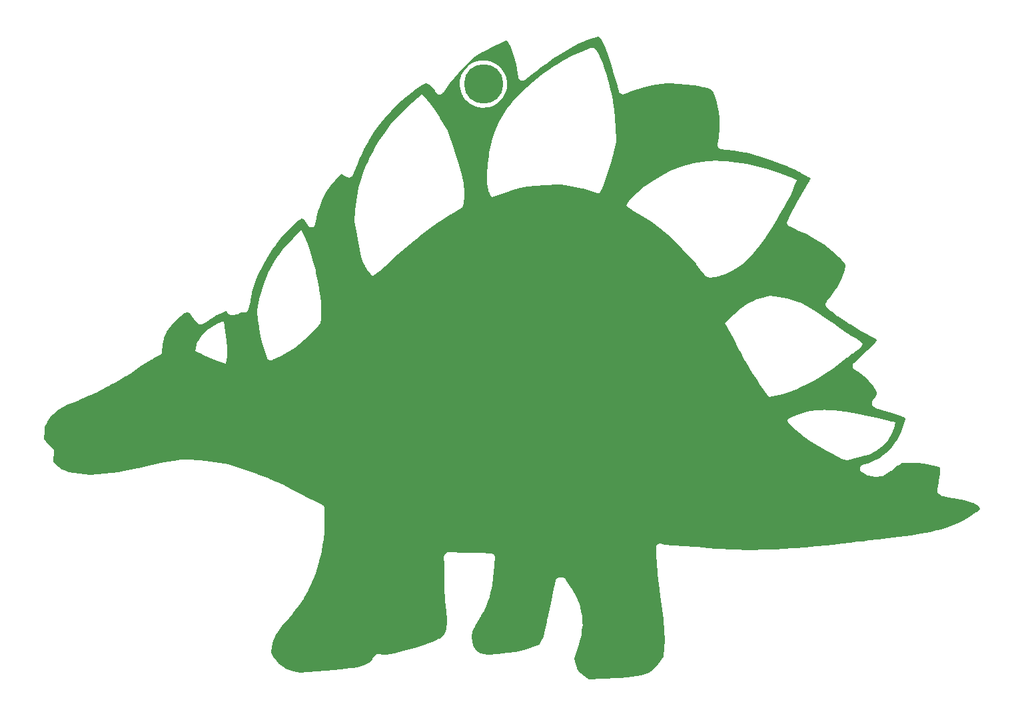
<source format=gbr>
%TF.GenerationSoftware,KiCad,Pcbnew,6.0.7-f9a2dced07~116~ubuntu20.04.1*%
%TF.CreationDate,2022-09-11T18:48:07+02:00*%
%TF.ProjectId,demoDino,64656d6f-4469-46e6-9f2e-6b696361645f,rev?*%
%TF.SameCoordinates,Original*%
%TF.FileFunction,Copper,L1,Top*%
%TF.FilePolarity,Positive*%
%FSLAX46Y46*%
G04 Gerber Fmt 4.6, Leading zero omitted, Abs format (unit mm)*
G04 Created by KiCad (PCBNEW 6.0.7-f9a2dced07~116~ubuntu20.04.1) date 2022-09-11 18:48:07*
%MOMM*%
%LPD*%
G01*
G04 APERTURE LIST*
%TA.AperFunction,ComponentPad*%
%ADD10C,5.000000*%
%TD*%
G04 APERTURE END LIST*
D10*
%TO.P,svg2mod,*%
%TO.N,*%
X80250000Y-31200000D03*
%TD*%
%TA.AperFunction,NonConductor*%
G36*
X94955439Y-25198241D02*
G01*
X95013589Y-25238974D01*
X95018435Y-25245455D01*
X95253798Y-25582272D01*
X95263523Y-25598718D01*
X95693309Y-26470291D01*
X95696967Y-26478422D01*
X96133152Y-27547604D01*
X96136393Y-27556489D01*
X96462666Y-28567148D01*
X96464210Y-28572303D01*
X96716213Y-29484411D01*
X96717729Y-29490481D01*
X96718282Y-29492954D01*
X96718975Y-29497779D01*
X96720402Y-29502439D01*
X96720402Y-29502440D01*
X96728010Y-29527288D01*
X96728981Y-29530622D01*
X96736380Y-29557403D01*
X96738177Y-29561516D01*
X96739551Y-29565393D01*
X96741273Y-29570608D01*
X96966054Y-30304780D01*
X96966129Y-30305027D01*
X96977918Y-30343817D01*
X97323822Y-31481932D01*
X97337619Y-31527329D01*
X97338754Y-31531297D01*
X97471309Y-32025313D01*
X97483806Y-32071889D01*
X97487546Y-32092625D01*
X97489421Y-32112364D01*
X97492744Y-32120703D01*
X97503324Y-32147255D01*
X97505340Y-32152672D01*
X97505971Y-32154493D01*
X97507130Y-32158815D01*
X97508894Y-32162936D01*
X97508894Y-32162937D01*
X97518128Y-32184514D01*
X97519339Y-32187444D01*
X97543340Y-32247674D01*
X97547359Y-32252813D01*
X97549927Y-32258814D01*
X97591150Y-32308874D01*
X97593137Y-32311349D01*
X97633069Y-32362412D01*
X97638369Y-32366217D01*
X97642518Y-32371255D01*
X97696147Y-32407743D01*
X97698677Y-32409511D01*
X97751394Y-32447355D01*
X97757551Y-32449520D01*
X97762945Y-32453190D01*
X97786065Y-32460671D01*
X97824630Y-32473150D01*
X97827633Y-32474164D01*
X97888804Y-32495674D01*
X97895319Y-32496024D01*
X97901528Y-32498033D01*
X97929349Y-32498825D01*
X97966321Y-32499877D01*
X97969491Y-32500007D01*
X98025290Y-32503003D01*
X98025292Y-32503003D01*
X98034252Y-32503484D01*
X98040607Y-32501990D01*
X98047127Y-32502176D01*
X98055805Y-32499904D01*
X98055808Y-32499904D01*
X98092649Y-32490260D01*
X98109868Y-32485752D01*
X98112931Y-32484992D01*
X98126596Y-32481780D01*
X98143201Y-32477877D01*
X98147702Y-32476052D01*
X98148182Y-32475899D01*
X98154471Y-32474077D01*
X98179350Y-32467564D01*
X98179356Y-32467562D01*
X98188037Y-32465289D01*
X98208402Y-32453067D01*
X98225876Y-32444346D01*
X98676779Y-32261469D01*
X99036991Y-32115375D01*
X99041751Y-32113555D01*
X99768004Y-31852676D01*
X99823068Y-31832896D01*
X99832289Y-31829979D01*
X100690107Y-31594412D01*
X100698102Y-31592495D01*
X101058035Y-31518558D01*
X101676887Y-31391434D01*
X101683275Y-31390292D01*
X102818371Y-31217472D01*
X102820961Y-31217106D01*
X103645954Y-31108972D01*
X103968411Y-31066707D01*
X103997949Y-31066328D01*
X106066977Y-31283709D01*
X106068488Y-31283878D01*
X107736429Y-31481249D01*
X107747896Y-31483147D01*
X108337328Y-31608913D01*
X108726432Y-31691936D01*
X108760156Y-31704375D01*
X109216828Y-31951791D01*
X109259669Y-31989811D01*
X109499315Y-32328614D01*
X109539092Y-32384850D01*
X109554378Y-32413843D01*
X109707286Y-32826641D01*
X109846391Y-33202172D01*
X109850682Y-33216221D01*
X110131141Y-34371763D01*
X110133826Y-34386698D01*
X110164566Y-34646894D01*
X110273160Y-35566077D01*
X110282271Y-35643199D01*
X110283139Y-35657250D01*
X110284997Y-35980200D01*
X110290128Y-36872170D01*
X110289011Y-36889653D01*
X110149281Y-37930930D01*
X110148809Y-37933754D01*
X110148079Y-37936343D01*
X110144650Y-37964681D01*
X110143816Y-37971576D01*
X110143609Y-37973197D01*
X110140407Y-37997063D01*
X110139300Y-38005311D01*
X110139324Y-38007990D01*
X110139057Y-38010907D01*
X110034438Y-38875545D01*
X110033193Y-38883626D01*
X110023453Y-38935540D01*
X110028232Y-38983638D01*
X110028818Y-38993323D01*
X110029873Y-39041645D01*
X110032581Y-39050205D01*
X110033522Y-39055890D01*
X110035584Y-39065923D01*
X110036968Y-39071549D01*
X110037856Y-39080484D01*
X110041216Y-39088811D01*
X110055932Y-39125281D01*
X110059220Y-39134432D01*
X110073797Y-39180521D01*
X110078799Y-39187978D01*
X110081297Y-39193169D01*
X110086119Y-39202271D01*
X110089000Y-39207236D01*
X110092359Y-39215560D01*
X110122290Y-39253494D01*
X110128005Y-39261340D01*
X110154933Y-39301488D01*
X110161823Y-39307239D01*
X110165697Y-39311541D01*
X110172828Y-39318870D01*
X110177021Y-39322859D01*
X110182583Y-39329909D01*
X110221963Y-39357921D01*
X110229646Y-39363846D01*
X110266760Y-39394822D01*
X110274994Y-39398411D01*
X110279896Y-39401438D01*
X110288829Y-39406490D01*
X110293960Y-39409135D01*
X110301275Y-39414339D01*
X110309756Y-39417280D01*
X110309760Y-39417282D01*
X110346921Y-39430168D01*
X110355980Y-39433707D01*
X110392055Y-39449430D01*
X110392060Y-39449431D01*
X110400287Y-39453017D01*
X110453999Y-39459850D01*
X110456689Y-39460192D01*
X110463264Y-39461206D01*
X111144743Y-39584753D01*
X111150579Y-39585954D01*
X111170159Y-39590469D01*
X111170162Y-39590469D01*
X111174904Y-39591563D01*
X111179764Y-39591914D01*
X111179769Y-39591915D01*
X111180485Y-39591967D01*
X111187430Y-39592845D01*
X111187433Y-39592815D01*
X111191883Y-39593299D01*
X111196302Y-39594100D01*
X111200787Y-39594267D01*
X111200791Y-39594267D01*
X111222232Y-39595063D01*
X111226641Y-39595304D01*
X112006150Y-39651660D01*
X112016171Y-39652789D01*
X113007616Y-39804896D01*
X113014374Y-39806122D01*
X114079811Y-40029593D01*
X114086910Y-40031298D01*
X115069622Y-40297669D01*
X115076190Y-40299643D01*
X116423945Y-40744986D01*
X116427367Y-40746172D01*
X117764792Y-41231738D01*
X117768241Y-41233048D01*
X118979580Y-41713421D01*
X118984053Y-41715295D01*
X119105192Y-41768817D01*
X119954332Y-42143988D01*
X119962602Y-42148009D01*
X120177948Y-42262634D01*
X120598736Y-42486613D01*
X120603471Y-42489266D01*
X121280745Y-42888110D01*
X121288117Y-42892803D01*
X121298666Y-42900045D01*
X121298669Y-42900047D01*
X121302674Y-42902796D01*
X121314061Y-42908257D01*
X121323505Y-42913291D01*
X121327829Y-42915838D01*
X121327838Y-42915843D01*
X121331692Y-42918112D01*
X121348798Y-42925143D01*
X121355376Y-42928069D01*
X121759968Y-43122085D01*
X121812743Y-43169576D01*
X121831465Y-43238059D01*
X121816999Y-43294359D01*
X121693679Y-43528772D01*
X121638369Y-43633908D01*
X121633407Y-43642500D01*
X121277552Y-44206263D01*
X121190682Y-44343886D01*
X121186199Y-44350160D01*
X121186209Y-44350167D01*
X121183462Y-44354177D01*
X121180405Y-44357973D01*
X121177972Y-44362188D01*
X121177965Y-44362199D01*
X121166879Y-44381410D01*
X121164312Y-44385661D01*
X121151535Y-44405904D01*
X121149706Y-44409992D01*
X121148795Y-44411691D01*
X121144126Y-44420839D01*
X121107383Y-44484506D01*
X120479175Y-45573063D01*
X120476796Y-45576919D01*
X120474483Y-45579903D01*
X120458134Y-45609483D01*
X120457059Y-45611388D01*
X120441692Y-45638014D01*
X120440290Y-45641510D01*
X120438141Y-45645654D01*
X120078480Y-46296368D01*
X119738240Y-46911945D01*
X119735527Y-46916543D01*
X119733007Y-46919938D01*
X119730739Y-46924250D01*
X119730737Y-46924254D01*
X119717627Y-46949185D01*
X119716420Y-46951425D01*
X119701923Y-46977652D01*
X119700431Y-46981584D01*
X119697981Y-46986543D01*
X119602015Y-47169029D01*
X119146589Y-48035052D01*
X119141116Y-48044450D01*
X119134554Y-48054677D01*
X119132585Y-48059135D01*
X119127280Y-48071142D01*
X119123545Y-48078872D01*
X119116619Y-48092042D01*
X119115115Y-48096269D01*
X119112274Y-48104253D01*
X119108821Y-48112924D01*
X119035735Y-48278354D01*
X118889358Y-48609677D01*
X118886486Y-48615737D01*
X118860846Y-48666308D01*
X118859197Y-48675133D01*
X118852660Y-48710111D01*
X118850111Y-48721033D01*
X118844856Y-48739747D01*
X118838059Y-48763950D01*
X118838155Y-48772923D01*
X118838155Y-48772924D01*
X118838173Y-48774568D01*
X118836035Y-48799068D01*
X118834088Y-48809487D01*
X118834981Y-48818414D01*
X118834981Y-48818418D01*
X118838524Y-48853828D01*
X118839143Y-48865017D01*
X118839622Y-48909599D01*
X118842233Y-48918183D01*
X118842233Y-48918186D01*
X118842710Y-48919755D01*
X118847534Y-48943864D01*
X118848590Y-48954421D01*
X118865298Y-48995743D01*
X118869030Y-49006303D01*
X118882000Y-49048955D01*
X118887814Y-49057836D01*
X118899212Y-49079624D01*
X118903188Y-49089459D01*
X118908755Y-49096504D01*
X118930814Y-49124421D01*
X118937362Y-49133511D01*
X118961787Y-49170817D01*
X118968615Y-49176646D01*
X118968619Y-49176650D01*
X118969859Y-49177708D01*
X118986914Y-49195421D01*
X118993491Y-49203745D01*
X119000808Y-49208942D01*
X119029829Y-49229556D01*
X119038669Y-49236447D01*
X119072570Y-49265386D01*
X119080755Y-49269062D01*
X119128038Y-49290297D01*
X119132708Y-49292510D01*
X119214970Y-49333589D01*
X120067301Y-49759212D01*
X120077326Y-49764803D01*
X120082204Y-49767823D01*
X120082213Y-49767828D01*
X120086346Y-49770386D01*
X120090828Y-49772280D01*
X120104336Y-49777988D01*
X120111565Y-49781316D01*
X120126252Y-49788650D01*
X120137079Y-49792249D01*
X120146366Y-49795748D01*
X121239637Y-50257719D01*
X121250627Y-50263003D01*
X121403469Y-50345835D01*
X122400967Y-50886422D01*
X122409202Y-50891298D01*
X123545754Y-51623976D01*
X123553173Y-51629145D01*
X124591122Y-52409046D01*
X124599216Y-52415672D01*
X125453111Y-53176043D01*
X125463918Y-53186914D01*
X126039596Y-53841250D01*
X126056636Y-53866061D01*
X126253651Y-54242573D01*
X126267012Y-54316829D01*
X126198627Y-54856527D01*
X126191277Y-54885789D01*
X125769183Y-55986862D01*
X125762957Y-56000587D01*
X125128572Y-57202198D01*
X125119247Y-57217208D01*
X124424346Y-58178114D01*
X124419555Y-58184322D01*
X123892590Y-58824949D01*
X123890094Y-58827983D01*
X123877897Y-58840847D01*
X123856980Y-58860008D01*
X123819402Y-58922035D01*
X123781793Y-58983916D01*
X123781698Y-58984272D01*
X123781507Y-58984587D01*
X123762839Y-59054703D01*
X123747687Y-59111292D01*
X123744119Y-59124617D01*
X123744127Y-59124984D01*
X123744032Y-59125342D01*
X123744245Y-59134122D01*
X123744245Y-59134125D01*
X123744460Y-59142959D01*
X123745782Y-59197377D01*
X123747448Y-59270236D01*
X123747560Y-59270589D01*
X123747569Y-59270956D01*
X123750263Y-59279401D01*
X123750263Y-59279403D01*
X123769418Y-59339454D01*
X123769472Y-59339624D01*
X123785482Y-59390061D01*
X123791515Y-59409069D01*
X123791722Y-59409377D01*
X123791833Y-59409725D01*
X123796791Y-59417078D01*
X123796792Y-59417080D01*
X123826072Y-59460503D01*
X123832284Y-59469716D01*
X123872776Y-59529952D01*
X123897590Y-59550619D01*
X123909334Y-59561754D01*
X124123369Y-59792557D01*
X124206956Y-59882693D01*
X124210808Y-59887364D01*
X124213359Y-59892160D01*
X124238295Y-59917702D01*
X124259634Y-59939559D01*
X124261835Y-59941871D01*
X124280086Y-59961552D01*
X124283562Y-59964367D01*
X124284836Y-59965559D01*
X124287788Y-59968448D01*
X124288144Y-59968760D01*
X124291543Y-59972242D01*
X124295443Y-59975164D01*
X124295446Y-59975166D01*
X124312752Y-59988130D01*
X124316518Y-59991064D01*
X124357630Y-60024366D01*
X124357637Y-60024370D01*
X124364608Y-60030017D01*
X124371835Y-60033042D01*
X124380165Y-60038628D01*
X124559258Y-60172785D01*
X125254967Y-60693934D01*
X125264772Y-60702085D01*
X125266578Y-60703748D01*
X125266586Y-60703755D01*
X125270165Y-60707050D01*
X125274213Y-60709759D01*
X125289072Y-60719703D01*
X125294520Y-60723562D01*
X125310262Y-60735354D01*
X125314194Y-60737506D01*
X125314198Y-60737508D01*
X125317375Y-60739246D01*
X125326972Y-60745067D01*
X126568024Y-61575620D01*
X126574080Y-61580199D01*
X126574095Y-61580179D01*
X126578034Y-61583039D01*
X126581744Y-61586197D01*
X126585897Y-61588748D01*
X126585902Y-61588751D01*
X126604959Y-61600454D01*
X126609069Y-61603089D01*
X126629134Y-61616517D01*
X126633161Y-61618450D01*
X126635265Y-61619651D01*
X126643760Y-61624282D01*
X126909057Y-61787204D01*
X127974982Y-62441802D01*
X127985658Y-62449141D01*
X127991063Y-62453281D01*
X128011508Y-62464428D01*
X128017095Y-62467665D01*
X128030449Y-62475866D01*
X128030453Y-62475868D01*
X128034273Y-62478214D01*
X128038386Y-62479994D01*
X128038393Y-62479998D01*
X128041251Y-62481235D01*
X128051518Y-62486243D01*
X129225661Y-63126422D01*
X129230078Y-63128997D01*
X129233374Y-63131418D01*
X129237689Y-63133659D01*
X129237695Y-63133663D01*
X129262871Y-63146739D01*
X129265112Y-63147932D01*
X129291554Y-63162349D01*
X129295371Y-63163772D01*
X129300144Y-63166099D01*
X130177017Y-63621553D01*
X130228250Y-63670702D01*
X130244777Y-63739749D01*
X130226263Y-63799380D01*
X130111135Y-63986560D01*
X130091681Y-64010853D01*
X129364059Y-64718846D01*
X129025645Y-65048131D01*
X129024488Y-65049243D01*
X127336161Y-66650683D01*
X127331579Y-66654820D01*
X127287548Y-66692650D01*
X127265758Y-66726163D01*
X127263950Y-66728943D01*
X127257122Y-66738446D01*
X127230248Y-66772398D01*
X127225776Y-66783432D01*
X127214635Y-66804789D01*
X127208149Y-66814764D01*
X127205566Y-66823358D01*
X127205565Y-66823359D01*
X127195685Y-66856225D01*
X127191795Y-66867274D01*
X127175536Y-66907389D01*
X127174635Y-66916318D01*
X127174341Y-66919230D01*
X127169643Y-66942853D01*
X127168801Y-66945653D01*
X127168800Y-66945659D01*
X127166216Y-66954255D01*
X127166148Y-66963235D01*
X127166148Y-66963236D01*
X127165889Y-66997543D01*
X127165256Y-67009241D01*
X127160910Y-67052311D01*
X127162552Y-67061138D01*
X127163087Y-67064013D01*
X127165208Y-67088006D01*
X127165118Y-67099909D01*
X127167573Y-67108544D01*
X127167573Y-67108547D01*
X127176954Y-67141549D01*
X127179630Y-67152957D01*
X127187546Y-67195512D01*
X127191597Y-67203518D01*
X127191598Y-67203522D01*
X127192922Y-67206138D01*
X127201690Y-67228567D01*
X127202490Y-67231380D01*
X127204945Y-67240016D01*
X127209723Y-67247613D01*
X127209724Y-67247615D01*
X127227990Y-67276657D01*
X127233757Y-67286849D01*
X127253304Y-67325482D01*
X127261445Y-67334170D01*
X127276158Y-67353240D01*
X127282494Y-67363313D01*
X127314895Y-67392011D01*
X127323293Y-67400177D01*
X127346759Y-67425221D01*
X127346762Y-67425223D01*
X127352897Y-67431771D01*
X127360618Y-67436330D01*
X127360626Y-67436337D01*
X127406475Y-67463412D01*
X127410441Y-67465854D01*
X128110539Y-67914993D01*
X128122446Y-67923653D01*
X128207899Y-67993796D01*
X128952383Y-68604899D01*
X128967146Y-68619185D01*
X129267513Y-68961529D01*
X129713342Y-69469664D01*
X129725398Y-69485858D01*
X130197880Y-70239862D01*
X130214360Y-70280584D01*
X130271764Y-70550795D01*
X130266355Y-70621585D01*
X130255258Y-70643925D01*
X129949788Y-71130980D01*
X129947523Y-71134463D01*
X129746230Y-71433068D01*
X129741489Y-71439324D01*
X129736545Y-71443702D01*
X129702409Y-71497963D01*
X129700283Y-71501227D01*
X129686154Y-71522186D01*
X129684198Y-71526226D01*
X129681966Y-71530106D01*
X129681850Y-71530039D01*
X129679052Y-71535089D01*
X129658982Y-71566991D01*
X129654186Y-71583858D01*
X129646399Y-71604299D01*
X129638754Y-71620088D01*
X129637268Y-71628938D01*
X129632511Y-71657256D01*
X129629447Y-71670845D01*
X129621596Y-71698453D01*
X129621595Y-71698461D01*
X129619140Y-71707094D01*
X129619207Y-71716072D01*
X129619270Y-71724636D01*
X129617533Y-71746438D01*
X129614628Y-71763733D01*
X129615686Y-71772647D01*
X129619067Y-71801143D01*
X129619942Y-71815050D01*
X129620221Y-71852748D01*
X129622802Y-71861337D01*
X129622803Y-71861344D01*
X129625269Y-71869550D01*
X129629721Y-71890962D01*
X129630729Y-71899458D01*
X129630731Y-71899465D01*
X129631788Y-71908376D01*
X129635305Y-71916635D01*
X129646549Y-71943040D01*
X129651291Y-71956143D01*
X129662139Y-71992243D01*
X129667031Y-71999768D01*
X129667032Y-71999771D01*
X129671697Y-72006947D01*
X129681980Y-72026248D01*
X129688854Y-72042390D01*
X129712766Y-72071537D01*
X129720976Y-72082756D01*
X129741524Y-72114366D01*
X129754828Y-72125799D01*
X129770115Y-72141440D01*
X129781240Y-72155000D01*
X129788650Y-72160061D01*
X129788652Y-72160063D01*
X129812354Y-72176252D01*
X129820862Y-72182780D01*
X129822712Y-72184137D01*
X129826406Y-72187311D01*
X129847505Y-72200406D01*
X129852083Y-72203389D01*
X129901518Y-72237154D01*
X129910037Y-72239928D01*
X129920818Y-72245905D01*
X130147375Y-72386511D01*
X130227720Y-72436375D01*
X130243023Y-72447549D01*
X130255410Y-72458110D01*
X130255413Y-72458112D01*
X130262242Y-72463934D01*
X130296722Y-72479393D01*
X130298171Y-72480098D01*
X130299627Y-72481002D01*
X130303664Y-72482772D01*
X130330153Y-72494387D01*
X130331079Y-72494797D01*
X130364366Y-72509721D01*
X130366022Y-72510174D01*
X130367535Y-72510776D01*
X130391022Y-72521074D01*
X130391024Y-72521075D01*
X130399245Y-72524679D01*
X130428181Y-72528424D01*
X130445247Y-72531846D01*
X131888794Y-72926724D01*
X131892387Y-72927765D01*
X133225303Y-73336004D01*
X133241366Y-73342153D01*
X133837634Y-73618478D01*
X133891029Y-73665268D01*
X133910652Y-73733499D01*
X133905041Y-73769987D01*
X133724008Y-74356012D01*
X133721769Y-74362606D01*
X133283407Y-75544129D01*
X133277536Y-75557515D01*
X132752683Y-76587147D01*
X132742640Y-76603600D01*
X132217658Y-77331789D01*
X132151600Y-77423417D01*
X132134005Y-77443093D01*
X132005369Y-77559669D01*
X131398849Y-78109327D01*
X131392595Y-78114635D01*
X131066637Y-78373484D01*
X130610505Y-78735706D01*
X130588505Y-78749728D01*
X130014288Y-79036836D01*
X130007586Y-79039944D01*
X129617670Y-79206997D01*
X129156054Y-79404768D01*
X129139319Y-79410583D01*
X128539638Y-79572714D01*
X128521902Y-79576167D01*
X128503511Y-79578394D01*
X128503509Y-79578394D01*
X128494603Y-79579473D01*
X128460544Y-79594074D01*
X128460341Y-79594153D01*
X128460083Y-79594223D01*
X128427828Y-79608100D01*
X128360728Y-79636866D01*
X128360470Y-79637079D01*
X128360165Y-79637210D01*
X128353267Y-79642913D01*
X128353261Y-79642916D01*
X128304555Y-79683179D01*
X128304432Y-79683282D01*
X128248344Y-79729527D01*
X128248156Y-79729803D01*
X128247900Y-79730015D01*
X128207267Y-79789981D01*
X128166483Y-79850005D01*
X128166381Y-79850321D01*
X128166194Y-79850597D01*
X128163470Y-79859072D01*
X128143956Y-79919772D01*
X128143907Y-79919925D01*
X128124470Y-79980122D01*
X128124469Y-79980126D01*
X128121728Y-79988616D01*
X128121719Y-79988946D01*
X128121616Y-79989266D01*
X128121378Y-79998216D01*
X128121378Y-79998218D01*
X128119687Y-80061929D01*
X128119682Y-80062092D01*
X128119245Y-80077808D01*
X128117674Y-80134217D01*
X128117759Y-80134540D01*
X128117750Y-80134873D01*
X128120035Y-80143534D01*
X128120035Y-80143535D01*
X128121406Y-80148730D01*
X128136307Y-80205216D01*
X128154649Y-80275103D01*
X128154819Y-80275386D01*
X128154905Y-80275712D01*
X128192516Y-80338113D01*
X128229679Y-80399950D01*
X128229925Y-80400177D01*
X128230096Y-80400461D01*
X128283421Y-80449532D01*
X128311937Y-80475841D01*
X128312160Y-80475990D01*
X128312333Y-80476138D01*
X128337278Y-80499093D01*
X128365443Y-80513026D01*
X128379743Y-80521310D01*
X128948923Y-80902987D01*
X128949931Y-80903670D01*
X129003487Y-80940339D01*
X129003489Y-80940340D01*
X129010891Y-80945408D01*
X129019417Y-80948195D01*
X129019420Y-80948196D01*
X129040077Y-80954947D01*
X129055555Y-80961168D01*
X129083233Y-80974485D01*
X129092092Y-80975951D01*
X129092093Y-80975951D01*
X129106465Y-80978329D01*
X129116835Y-80980044D01*
X129116927Y-80980063D01*
X129117272Y-80980176D01*
X129139891Y-80983859D01*
X129226937Y-80998261D01*
X129227575Y-80998184D01*
X129228229Y-80998244D01*
X129966923Y-81118528D01*
X129986813Y-81123455D01*
X130006993Y-81130239D01*
X130029208Y-81131124D01*
X130044930Y-81131750D01*
X130050252Y-81132096D01*
X130054314Y-81132758D01*
X130058796Y-81132844D01*
X130058797Y-81132844D01*
X130061936Y-81132904D01*
X130083778Y-81133323D01*
X130086309Y-81133398D01*
X130118823Y-81134693D01*
X130122932Y-81134220D01*
X130128069Y-81134173D01*
X130154090Y-81134672D01*
X130154091Y-81134672D01*
X130163066Y-81134844D01*
X130187402Y-81128231D01*
X130206014Y-81124652D01*
X130748314Y-81062198D01*
X130875993Y-81047494D01*
X130885915Y-81046874D01*
X130893640Y-81047901D01*
X130902517Y-81046538D01*
X130902518Y-81046538D01*
X130918624Y-81044065D01*
X130954838Y-81038504D01*
X130959523Y-81037875D01*
X130982893Y-81035183D01*
X130987236Y-81034042D01*
X130991630Y-81033216D01*
X130991631Y-81033222D01*
X130998439Y-81031809D01*
X131009357Y-81030133D01*
X131028741Y-81027157D01*
X131028743Y-81027157D01*
X131037610Y-81025795D01*
X131045741Y-81021998D01*
X131045742Y-81021998D01*
X131051728Y-81019203D01*
X131073026Y-81011504D01*
X131079414Y-81009826D01*
X131079416Y-81009825D01*
X131088096Y-81007545D01*
X131095783Y-81002922D01*
X131095789Y-81002920D01*
X131122064Y-80987119D01*
X131133671Y-80980941D01*
X131139018Y-80978444D01*
X131143054Y-80975734D01*
X131143063Y-80975729D01*
X131158087Y-80965641D01*
X131163391Y-80962268D01*
X131205230Y-80937109D01*
X131205232Y-80937107D01*
X131212922Y-80932483D01*
X131219006Y-80925886D01*
X131222513Y-80923028D01*
X131231858Y-80916106D01*
X131758091Y-80562764D01*
X131999826Y-80400449D01*
X132010641Y-80393950D01*
X132017399Y-80390336D01*
X132035328Y-80376832D01*
X132040846Y-80372906D01*
X132056898Y-80362128D01*
X132063179Y-80356467D01*
X132071732Y-80349415D01*
X132086738Y-80338113D01*
X132879055Y-79741373D01*
X132892767Y-79732382D01*
X133151946Y-79585638D01*
X133497919Y-79389753D01*
X133552331Y-79373632D01*
X134359403Y-79324423D01*
X134371201Y-79324257D01*
X135048218Y-79346457D01*
X135477929Y-79360549D01*
X135489626Y-79361480D01*
X136748769Y-79521035D01*
X136758981Y-79522758D01*
X137006488Y-79575078D01*
X137825428Y-79748194D01*
X137846321Y-79754545D01*
X138248590Y-79916077D01*
X138304351Y-79960022D01*
X138327501Y-80027138D01*
X138327146Y-80044125D01*
X138265170Y-80743447D01*
X138264776Y-80747244D01*
X138157327Y-81648298D01*
X138156100Y-81656355D01*
X138103494Y-81940000D01*
X138034546Y-82311765D01*
X138029022Y-82341548D01*
X138028523Y-82344093D01*
X137946390Y-82740833D01*
X137934602Y-82797772D01*
X137933269Y-82803525D01*
X137918659Y-82860448D01*
X137918958Y-82869419D01*
X137920076Y-82903029D01*
X137919905Y-82915015D01*
X137917268Y-82957559D01*
X137920047Y-82969838D01*
X137923085Y-82993458D01*
X137923503Y-83006025D01*
X137926306Y-83014548D01*
X137926308Y-83014558D01*
X137936818Y-83046512D01*
X137940017Y-83058063D01*
X137949424Y-83099623D01*
X137953782Y-83107468D01*
X137953784Y-83107473D01*
X137955533Y-83110621D01*
X137965082Y-83132447D01*
X137969010Y-83144391D01*
X137974095Y-83151788D01*
X137993154Y-83179514D01*
X137999455Y-83189683D01*
X138020159Y-83226952D01*
X138029115Y-83235799D01*
X138044395Y-83254054D01*
X138051523Y-83264423D01*
X138084559Y-83291361D01*
X138093463Y-83299357D01*
X138123788Y-83329310D01*
X138131686Y-83333571D01*
X138131689Y-83333573D01*
X138179154Y-83359179D01*
X138182985Y-83361333D01*
X138511582Y-83553692D01*
X138518490Y-83558042D01*
X138546893Y-83577241D01*
X138562297Y-83587654D01*
X138608247Y-83602370D01*
X138617412Y-83605702D01*
X138662092Y-83623930D01*
X138671019Y-83624852D01*
X138671021Y-83624852D01*
X138699490Y-83627791D01*
X138718719Y-83629776D01*
X138725276Y-83630628D01*
X139411275Y-83738152D01*
X139939693Y-83820977D01*
X139944100Y-83821748D01*
X141402887Y-84103789D01*
X141417475Y-84107526D01*
X142470187Y-84445509D01*
X142493525Y-84455708D01*
X142748192Y-84599257D01*
X143104969Y-84800363D01*
X143142363Y-84832521D01*
X143262578Y-84986288D01*
X143307696Y-85043998D01*
X143314530Y-85052740D01*
X143340728Y-85118726D01*
X143341228Y-85133376D01*
X143340607Y-85159135D01*
X143340084Y-85180809D01*
X143318445Y-85248427D01*
X143297726Y-85272037D01*
X142908895Y-85616889D01*
X142895770Y-85627066D01*
X141737725Y-86408520D01*
X141728448Y-86414213D01*
X141142947Y-86739567D01*
X140669312Y-87002758D01*
X140655693Y-87009290D01*
X139824130Y-87348414D01*
X139817748Y-87350816D01*
X138953049Y-87649825D01*
X138946247Y-87651964D01*
X138028382Y-87912208D01*
X138022007Y-87913836D01*
X137905608Y-87940358D01*
X137009641Y-88144506D01*
X137004285Y-88145605D01*
X135857329Y-88355065D01*
X135853221Y-88355745D01*
X134533552Y-88551934D01*
X134530631Y-88552334D01*
X132998271Y-88743614D01*
X132997415Y-88743718D01*
X131708199Y-88895696D01*
X131707603Y-88895744D01*
X131706915Y-88895721D01*
X131704982Y-88895955D01*
X131704972Y-88895956D01*
X131668353Y-88900393D01*
X131667950Y-88900441D01*
X131656329Y-88901811D01*
X131632961Y-88904566D01*
X131632299Y-88904742D01*
X131631713Y-88904833D01*
X130378627Y-89056666D01*
X130377973Y-89056721D01*
X130377242Y-89056699D01*
X130338846Y-89061487D01*
X130303439Y-89065777D01*
X130302726Y-89065969D01*
X130302091Y-89066070D01*
X129205033Y-89202868D01*
X129203933Y-89202965D01*
X129202728Y-89202936D01*
X129199471Y-89203361D01*
X129199460Y-89203362D01*
X129165162Y-89207838D01*
X129164548Y-89207917D01*
X129148788Y-89209882D01*
X129133306Y-89211812D01*
X129133297Y-89211814D01*
X129130093Y-89212213D01*
X129128934Y-89212529D01*
X129127840Y-89212708D01*
X128943127Y-89236812D01*
X128341261Y-89315354D01*
X128341166Y-89315362D01*
X128341024Y-89315359D01*
X128340613Y-89315413D01*
X128340612Y-89315413D01*
X128301510Y-89320541D01*
X128301429Y-89320552D01*
X128265862Y-89325193D01*
X128265736Y-89325229D01*
X128265620Y-89325248D01*
X127740634Y-89394097D01*
X126817637Y-89515143D01*
X126816533Y-89515282D01*
X125883133Y-89627903D01*
X125360309Y-89690985D01*
X125358979Y-89691138D01*
X123929927Y-89848174D01*
X123928550Y-89848318D01*
X122528245Y-89986641D01*
X122526813Y-89986774D01*
X121157312Y-90106285D01*
X121155815Y-90106407D01*
X119819082Y-90207016D01*
X119817508Y-90207124D01*
X119489495Y-90227687D01*
X118515555Y-90288743D01*
X118514036Y-90288828D01*
X117249648Y-90351337D01*
X117248790Y-90351379D01*
X117247025Y-90351454D01*
X116020638Y-90394848D01*
X116018809Y-90394899D01*
X115555538Y-90404345D01*
X114833231Y-90419071D01*
X114831201Y-90419096D01*
X113688483Y-90423977D01*
X113686285Y-90423967D01*
X112588518Y-90409506D01*
X112586122Y-90409452D01*
X111535343Y-90375607D01*
X111532711Y-90375494D01*
X110531234Y-90322258D01*
X110528320Y-90322070D01*
X109572160Y-90248990D01*
X109571248Y-90248917D01*
X109071518Y-90207072D01*
X108499395Y-90159165D01*
X108498148Y-90159016D01*
X108496816Y-90158702D01*
X108493168Y-90158420D01*
X108493166Y-90158420D01*
X108459323Y-90155806D01*
X108458517Y-90155741D01*
X108436516Y-90153900D01*
X108424216Y-90152870D01*
X108422864Y-90152950D01*
X108421577Y-90152892D01*
X107173992Y-90056557D01*
X107172854Y-90056428D01*
X107171644Y-90056150D01*
X107168292Y-90055911D01*
X107168283Y-90055910D01*
X107148062Y-90054469D01*
X107133890Y-90053458D01*
X107133353Y-90053418D01*
X107115833Y-90052066D01*
X107102047Y-90051001D01*
X107102040Y-90051001D01*
X107098715Y-90050744D01*
X107097480Y-90050825D01*
X107096323Y-90050780D01*
X105889180Y-89964723D01*
X105888292Y-89964657D01*
X104307712Y-89840736D01*
X104303738Y-89840361D01*
X103341563Y-89734169D01*
X103333784Y-89733064D01*
X102810412Y-89641992D01*
X102802156Y-89640268D01*
X102760186Y-89630031D01*
X102760184Y-89630031D01*
X102751460Y-89627903D01*
X102742490Y-89628309D01*
X102742488Y-89628309D01*
X102702577Y-89630116D01*
X102693094Y-89630188D01*
X102666190Y-89629380D01*
X102644184Y-89628718D01*
X102635496Y-89630978D01*
X102627886Y-89631835D01*
X102622459Y-89632655D01*
X102614921Y-89634085D01*
X102605951Y-89634491D01*
X102597457Y-89637398D01*
X102559658Y-89650334D01*
X102550575Y-89653065D01*
X102511904Y-89663122D01*
X102511901Y-89663123D01*
X102503216Y-89665382D01*
X102495513Y-89669988D01*
X102488431Y-89672955D01*
X102483479Y-89675252D01*
X102476632Y-89678747D01*
X102468140Y-89681653D01*
X102460807Y-89686825D01*
X102460804Y-89686826D01*
X102428147Y-89709857D01*
X102420196Y-89715027D01*
X102378205Y-89740137D01*
X102372103Y-89746722D01*
X102366131Y-89751563D01*
X102362025Y-89755155D01*
X102356437Y-89760429D01*
X102349105Y-89765599D01*
X102318633Y-89803896D01*
X102312463Y-89811078D01*
X102285298Y-89840391D01*
X102285296Y-89840393D01*
X102279199Y-89846973D01*
X102275193Y-89855001D01*
X102270837Y-89861298D01*
X102267897Y-89865911D01*
X102264008Y-89872551D01*
X102258416Y-89879579D01*
X102255023Y-89887891D01*
X102255022Y-89887892D01*
X102239925Y-89924872D01*
X102236013Y-89933510D01*
X102218166Y-89969272D01*
X102218164Y-89969277D01*
X102214159Y-89977303D01*
X102212567Y-89986134D01*
X102210158Y-89993387D01*
X102208616Y-89998690D01*
X102206756Y-90006118D01*
X102203362Y-90014432D01*
X102202438Y-90023362D01*
X102198325Y-90063111D01*
X102196996Y-90072490D01*
X102188312Y-90120649D01*
X102189263Y-90129577D01*
X102194263Y-90176534D01*
X102194805Y-90183409D01*
X102254934Y-91353330D01*
X102284289Y-91924471D01*
X102291341Y-92061689D01*
X102291490Y-92067852D01*
X102291119Y-92072463D01*
X102291480Y-92077311D01*
X102293520Y-92104729D01*
X102293701Y-92107612D01*
X102295201Y-92136798D01*
X102296061Y-92141185D01*
X102296122Y-92141679D01*
X102296719Y-92147720D01*
X102378966Y-93252983D01*
X102379278Y-93259377D01*
X102379317Y-93261049D01*
X102379056Y-93265899D01*
X102382196Y-93296972D01*
X102382486Y-93300283D01*
X102384574Y-93328345D01*
X102385538Y-93332726D01*
X102386000Y-93335882D01*
X102386690Y-93341462D01*
X102486266Y-94327053D01*
X102524349Y-94703993D01*
X102524668Y-94708459D01*
X102524535Y-94712201D01*
X102525113Y-94717033D01*
X102528552Y-94745799D01*
X102528805Y-94748093D01*
X102531888Y-94778610D01*
X102532785Y-94782230D01*
X102533453Y-94786794D01*
X102616678Y-95482871D01*
X102700842Y-96186814D01*
X102701309Y-96191962D01*
X102701247Y-96196084D01*
X102701922Y-96200897D01*
X102701922Y-96200901D01*
X102705852Y-96228936D01*
X102706181Y-96231467D01*
X102709753Y-96261341D01*
X102710815Y-96265315D01*
X102711691Y-96270584D01*
X102774615Y-96719438D01*
X102882386Y-97488196D01*
X102882992Y-97495634D01*
X102883031Y-97495630D01*
X102883519Y-97500466D01*
X102883632Y-97505343D01*
X102884495Y-97510147D01*
X102888476Y-97532312D01*
X102889241Y-97537094D01*
X102892618Y-97561186D01*
X102893865Y-97565496D01*
X102894478Y-97568367D01*
X102896533Y-97577163D01*
X102943470Y-97838466D01*
X103014769Y-98235389D01*
X103047275Y-98416355D01*
X103048118Y-98421706D01*
X103167239Y-99300414D01*
X103168097Y-99308889D01*
X103253968Y-100586330D01*
X103254208Y-100591438D01*
X103289314Y-101914028D01*
X103289295Y-101921352D01*
X103257636Y-102922748D01*
X103257130Y-102930723D01*
X103164134Y-103906364D01*
X103143606Y-103964204D01*
X103052862Y-104100593D01*
X102723895Y-104595029D01*
X102719849Y-104600756D01*
X102499082Y-104895411D01*
X102231725Y-105252249D01*
X102217218Y-105268476D01*
X101729176Y-105727550D01*
X101705957Y-105744827D01*
X101121046Y-106083317D01*
X101096924Y-106094078D01*
X100297611Y-106354181D01*
X100280206Y-106358503D01*
X99169525Y-106551617D01*
X99159430Y-106552954D01*
X97667704Y-106689537D01*
X97662609Y-106689900D01*
X97080469Y-106719478D01*
X95724409Y-106788378D01*
X95723048Y-106788439D01*
X95280991Y-106805953D01*
X93737931Y-106867088D01*
X93672201Y-106851579D01*
X93468060Y-106739253D01*
X93456177Y-106731825D01*
X93396224Y-106689537D01*
X92632716Y-106151001D01*
X92603742Y-106122558D01*
X92157877Y-105514681D01*
X92138116Y-105474033D01*
X91903463Y-104633312D01*
X91899934Y-104616124D01*
X91842624Y-104187150D01*
X91847485Y-104132138D01*
X92384134Y-102451505D01*
X92388614Y-102439588D01*
X92389615Y-102437286D01*
X92389616Y-102437282D01*
X92391556Y-102432822D01*
X92397294Y-102410879D01*
X92399166Y-102404426D01*
X92403769Y-102390012D01*
X92405131Y-102385747D01*
X92405874Y-102381334D01*
X92405876Y-102381327D01*
X92406490Y-102377680D01*
X92408839Y-102366730D01*
X92495347Y-102035910D01*
X92713158Y-101202960D01*
X92713879Y-101200320D01*
X92721879Y-101172233D01*
X92721879Y-101172231D01*
X92723213Y-101167549D01*
X92723809Y-101162723D01*
X92723930Y-101162129D01*
X92724068Y-101161235D01*
X92724613Y-101159154D01*
X92728829Y-101122171D01*
X92728963Y-101121041D01*
X92760842Y-100863218D01*
X92857074Y-100084924D01*
X92857419Y-100083129D01*
X92858164Y-100081363D01*
X92866707Y-100007063D01*
X92866834Y-100005995D01*
X92869908Y-99981128D01*
X92870408Y-99977087D01*
X92870377Y-99975435D01*
X92870392Y-99975015D01*
X92870948Y-99970177D01*
X92869705Y-99939128D01*
X92869628Y-99936535D01*
X92869498Y-99929752D01*
X92868318Y-99868334D01*
X92866988Y-99864093D01*
X92866515Y-99859411D01*
X92863451Y-99782819D01*
X92829585Y-98936443D01*
X92829676Y-98932260D01*
X92830577Y-98928337D01*
X92826525Y-98859417D01*
X92826409Y-98857061D01*
X92825453Y-98833166D01*
X92825453Y-98833162D01*
X92825273Y-98828675D01*
X92824619Y-98825123D01*
X92824332Y-98821752D01*
X92824294Y-98821474D01*
X92824008Y-98816612D01*
X92822978Y-98811855D01*
X92822977Y-98811847D01*
X92817983Y-98788780D01*
X92817216Y-98784955D01*
X92807186Y-98730528D01*
X92805560Y-98721703D01*
X92802643Y-98715914D01*
X92800608Y-98708529D01*
X92779237Y-98609811D01*
X92603355Y-97797397D01*
X92603247Y-97796650D01*
X92603298Y-97795900D01*
X92585085Y-97712999D01*
X92585004Y-97712626D01*
X92580574Y-97692165D01*
X92580570Y-97692153D01*
X92580238Y-97690618D01*
X92580064Y-97690151D01*
X92579282Y-97686589D01*
X92567630Y-97656613D01*
X92566956Y-97654838D01*
X92552744Y-97616551D01*
X92542384Y-97588644D01*
X92540403Y-97585982D01*
X92538997Y-97582951D01*
X92151585Y-96586299D01*
X92150287Y-96582808D01*
X92141523Y-96558124D01*
X92139894Y-96553536D01*
X92137579Y-96549254D01*
X92137414Y-96548883D01*
X92135808Y-96545712D01*
X92134466Y-96542260D01*
X92118372Y-96513688D01*
X92117318Y-96511779D01*
X91946640Y-96196084D01*
X91520802Y-95408430D01*
X91516801Y-95400352D01*
X91509860Y-95384967D01*
X91502553Y-95373772D01*
X91497226Y-95364824D01*
X91494469Y-95359725D01*
X91492337Y-95355781D01*
X91481783Y-95341543D01*
X91477497Y-95335385D01*
X90808122Y-94309876D01*
X90730180Y-94190467D01*
X90725198Y-94182151D01*
X90706004Y-94147127D01*
X90701689Y-94139253D01*
X90664828Y-94102422D01*
X90659210Y-94096431D01*
X90630960Y-94064255D01*
X90624817Y-94057259D01*
X90617235Y-94052445D01*
X90611281Y-94047348D01*
X90605001Y-94042645D01*
X90598651Y-94036300D01*
X90590194Y-94031674D01*
X90552947Y-94011302D01*
X90545865Y-94007123D01*
X90509435Y-93983989D01*
X90509434Y-93983988D01*
X90501857Y-93979177D01*
X90493232Y-93976685D01*
X90486091Y-93973466D01*
X90478736Y-93970712D01*
X90470860Y-93966404D01*
X90419957Y-93955234D01*
X90412002Y-93953214D01*
X90361924Y-93938744D01*
X90309014Y-93938913D01*
X90300862Y-93938675D01*
X90008868Y-93920679D01*
X89989380Y-93917938D01*
X89966557Y-93912884D01*
X89928569Y-93915415D01*
X89925405Y-93915536D01*
X89922535Y-93915359D01*
X89918071Y-93915720D01*
X89918067Y-93915720D01*
X89891177Y-93917894D01*
X89889403Y-93918025D01*
X89859979Y-93919986D01*
X89821222Y-93922569D01*
X89817779Y-93923830D01*
X89814117Y-93924126D01*
X89806781Y-93926931D01*
X89806780Y-93926931D01*
X89750260Y-93948541D01*
X89748588Y-93949167D01*
X89691802Y-93969961D01*
X89691800Y-93969962D01*
X89684446Y-93972655D01*
X89681493Y-93974833D01*
X89678064Y-93976144D01*
X89671822Y-93980886D01*
X89623637Y-94017491D01*
X89622209Y-94018560D01*
X89567226Y-94059115D01*
X89565003Y-94062035D01*
X89562080Y-94064255D01*
X89557417Y-94070562D01*
X89557415Y-94070564D01*
X89521424Y-94119245D01*
X89520354Y-94120670D01*
X89478983Y-94175001D01*
X89477670Y-94178424D01*
X89475486Y-94181378D01*
X89472779Y-94188746D01*
X89451922Y-94245505D01*
X89451297Y-94247170D01*
X89438897Y-94279494D01*
X89438289Y-94282320D01*
X89437308Y-94285273D01*
X89433128Y-94296649D01*
X89425247Y-94318098D01*
X89424640Y-94327052D01*
X89424640Y-94327053D01*
X89423402Y-94345325D01*
X89420873Y-94363297D01*
X89332510Y-94774151D01*
X89197995Y-95399593D01*
X89196375Y-95405369D01*
X89196582Y-95405424D01*
X89195339Y-95410133D01*
X89193737Y-95414728D01*
X89192861Y-95419515D01*
X89192860Y-95419520D01*
X89188379Y-95444018D01*
X89187624Y-95447814D01*
X89181997Y-95473978D01*
X89181685Y-95478451D01*
X89181056Y-95482889D01*
X89180931Y-95482871D01*
X89180178Y-95488843D01*
X89038698Y-96262220D01*
X89038160Y-96264987D01*
X88839171Y-97230189D01*
X88838656Y-97232570D01*
X88692908Y-97875884D01*
X88638311Y-98116866D01*
X88638281Y-98116979D01*
X88638224Y-98117122D01*
X88629522Y-98155656D01*
X88621509Y-98191025D01*
X88621497Y-98191170D01*
X88621472Y-98191301D01*
X88471130Y-98857061D01*
X88355229Y-99370305D01*
X88332326Y-99471724D01*
X88330748Y-99477965D01*
X88330356Y-99479364D01*
X88328686Y-99483933D01*
X88327739Y-99488703D01*
X88322581Y-99514684D01*
X88321898Y-99517902D01*
X88316671Y-99541047D01*
X88316670Y-99541055D01*
X88315684Y-99545420D01*
X88315327Y-99549885D01*
X88314887Y-99552778D01*
X88313908Y-99558368D01*
X88100868Y-100631405D01*
X88099168Y-100638795D01*
X87893873Y-101422547D01*
X87886541Y-101443088D01*
X87614608Y-102036807D01*
X87605761Y-102052907D01*
X87368853Y-102418141D01*
X87309214Y-102466849D01*
X86424526Y-102814387D01*
X86416817Y-102817129D01*
X85375682Y-103149904D01*
X85363943Y-103153041D01*
X84330808Y-103376371D01*
X84321805Y-103377978D01*
X83231275Y-103531980D01*
X83231170Y-103531995D01*
X82103443Y-103690287D01*
X82092336Y-103691347D01*
X80797576Y-103757274D01*
X80765195Y-103754731D01*
X79891116Y-103570594D01*
X79845077Y-103550693D01*
X79311499Y-103179057D01*
X79272593Y-103135437D01*
X78946997Y-102531240D01*
X78932959Y-102487647D01*
X78874466Y-102035910D01*
X78807398Y-101517945D01*
X78806836Y-101490776D01*
X78860445Y-100878960D01*
X78869716Y-100841353D01*
X78957499Y-100631405D01*
X79156376Y-100155755D01*
X79164942Y-100138936D01*
X79198600Y-100083542D01*
X79948475Y-98849382D01*
X79955843Y-98838566D01*
X79956819Y-98837282D01*
X79956819Y-98837281D01*
X79959771Y-98833398D01*
X79970980Y-98812654D01*
X79974142Y-98807141D01*
X79977216Y-98802082D01*
X79984767Y-98789654D01*
X79986524Y-98785542D01*
X79986528Y-98785534D01*
X79987635Y-98782942D01*
X79992650Y-98772551D01*
X80346808Y-98117122D01*
X80477165Y-97875875D01*
X80478759Y-97873015D01*
X80492467Y-97849155D01*
X80492473Y-97849143D01*
X80494896Y-97844925D01*
X80496644Y-97840379D01*
X80496833Y-97839981D01*
X80497761Y-97837760D01*
X80499195Y-97835105D01*
X80511126Y-97802736D01*
X80511728Y-97801139D01*
X80912321Y-96759025D01*
X80914448Y-96753841D01*
X80922837Y-96734616D01*
X80924789Y-96730144D01*
X80926030Y-96725422D01*
X80926184Y-96724979D01*
X80927971Y-96719438D01*
X80927889Y-96719413D01*
X80929196Y-96715125D01*
X80930804Y-96710942D01*
X80936821Y-96684623D01*
X80937789Y-96680684D01*
X81248223Y-95499591D01*
X81250563Y-95491737D01*
X81250856Y-95490861D01*
X81253516Y-95482889D01*
X81255053Y-95478286D01*
X81255053Y-95478285D01*
X81256593Y-95473672D01*
X81257406Y-95468871D01*
X81258473Y-95462569D01*
X81260843Y-95451574D01*
X81261754Y-95448108D01*
X81262916Y-95443689D01*
X81263429Y-95439242D01*
X81263430Y-95439235D01*
X81265196Y-95423911D01*
X81266134Y-95417309D01*
X81267637Y-95408433D01*
X81492435Y-94080482D01*
X81494647Y-94070101D01*
X81497834Y-94057732D01*
X81499533Y-94040390D01*
X81500695Y-94031691D01*
X81503083Y-94017584D01*
X81503428Y-94004012D01*
X81503988Y-93994931D01*
X81505061Y-93983989D01*
X81651475Y-92489963D01*
X81652224Y-92483857D01*
X81652699Y-92480640D01*
X81653779Y-92475893D01*
X81655898Y-92445354D01*
X81656196Y-92441792D01*
X81658876Y-92414444D01*
X81658676Y-92409960D01*
X81658795Y-92405477D01*
X81658980Y-92405482D01*
X81659046Y-92399952D01*
X81672753Y-92202341D01*
X81723085Y-91476724D01*
X81724315Y-91466633D01*
X81726768Y-91459116D01*
X81727046Y-91450146D01*
X81728678Y-91397429D01*
X81728920Y-91392611D01*
X81730222Y-91373829D01*
X81730533Y-91369350D01*
X81730206Y-91364875D01*
X81730198Y-91360678D01*
X81730043Y-91353330D01*
X81730997Y-91322500D01*
X81731275Y-91313528D01*
X81727416Y-91298637D01*
X81723722Y-91276215D01*
X81723254Y-91269818D01*
X81722600Y-91260867D01*
X81719458Y-91252454D01*
X81708661Y-91223546D01*
X81704725Y-91211067D01*
X81696990Y-91181217D01*
X81696989Y-91181215D01*
X81694738Y-91172528D01*
X81686851Y-91159311D01*
X81677019Y-91138840D01*
X81674771Y-91132822D01*
X81671632Y-91124418D01*
X81652315Y-91098579D01*
X81647787Y-91092523D01*
X81640503Y-91081644D01*
X81624697Y-91055157D01*
X81620097Y-91047448D01*
X81608815Y-91036974D01*
X81593634Y-91020086D01*
X81589794Y-91014950D01*
X81584417Y-91007758D01*
X81552565Y-90983828D01*
X81542531Y-90975438D01*
X81519928Y-90954454D01*
X81513350Y-90948347D01*
X81499585Y-90941462D01*
X81480277Y-90929516D01*
X81467964Y-90920265D01*
X81430689Y-90906242D01*
X81418692Y-90901002D01*
X81391107Y-90887204D01*
X81391104Y-90887203D01*
X81383079Y-90883189D01*
X81374249Y-90881588D01*
X81374242Y-90881586D01*
X81367930Y-90880442D01*
X81346041Y-90874394D01*
X81340040Y-90872136D01*
X81340034Y-90872135D01*
X81331635Y-90868975D01*
X81322683Y-90868299D01*
X81291923Y-90865976D01*
X81278946Y-90864315D01*
X81277745Y-90864097D01*
X81277741Y-90864097D01*
X81272954Y-90863229D01*
X81268088Y-90863108D01*
X81268087Y-90863108D01*
X81256156Y-90862812D01*
X81250174Y-90862663D01*
X81243818Y-90862344D01*
X81195346Y-90858684D01*
X81195345Y-90858684D01*
X81186391Y-90858008D01*
X81177605Y-90859873D01*
X81172617Y-90860207D01*
X81161073Y-90860450D01*
X80000324Y-90831615D01*
X78682879Y-90798887D01*
X78682131Y-90798866D01*
X77560192Y-90764328D01*
X77373164Y-90758571D01*
X77371403Y-90758504D01*
X76393732Y-90714593D01*
X76388719Y-90714266D01*
X76097649Y-90689441D01*
X75981851Y-90679564D01*
X75966491Y-90677294D01*
X75942018Y-90672119D01*
X75933232Y-90670261D01*
X75866566Y-90675344D01*
X75864233Y-90675500D01*
X75842819Y-90676725D01*
X75806475Y-90678804D01*
X75806473Y-90678804D01*
X75797515Y-90679317D01*
X75792889Y-90680962D01*
X75787996Y-90681335D01*
X75779600Y-90684501D01*
X75779595Y-90684502D01*
X75725497Y-90704902D01*
X75723267Y-90705720D01*
X75660276Y-90728119D01*
X75656299Y-90730995D01*
X75651706Y-90732727D01*
X75644534Y-90738123D01*
X75644535Y-90738123D01*
X75598318Y-90772899D01*
X75596406Y-90774310D01*
X75542250Y-90813476D01*
X75536747Y-90820565D01*
X75536742Y-90820569D01*
X75518997Y-90843425D01*
X75509818Y-90853982D01*
X75495900Y-90868299D01*
X75445384Y-90920265D01*
X75425708Y-90940505D01*
X75407300Y-90956123D01*
X75397472Y-90962958D01*
X75391842Y-90969939D01*
X75391840Y-90969941D01*
X75369938Y-90997101D01*
X75362201Y-91005834D01*
X75357544Y-91010624D01*
X75354908Y-91014246D01*
X75354901Y-91014255D01*
X75345655Y-91026962D01*
X75341853Y-91031925D01*
X75329335Y-91047448D01*
X75306035Y-91076340D01*
X75302586Y-91084633D01*
X75300615Y-91087948D01*
X75298831Y-91091318D01*
X75293548Y-91098579D01*
X75281261Y-91132822D01*
X75274268Y-91152309D01*
X75272021Y-91158113D01*
X75250095Y-91210827D01*
X75249113Y-91219742D01*
X75248165Y-91223425D01*
X75248164Y-91223433D01*
X75247387Y-91227222D01*
X75244353Y-91235677D01*
X75243814Y-91244640D01*
X75243814Y-91244641D01*
X75240929Y-91292639D01*
X75240399Y-91298872D01*
X75239991Y-91302583D01*
X75237844Y-91322073D01*
X75238062Y-91326938D01*
X75238062Y-91326940D01*
X75238110Y-91328014D01*
X75238009Y-91341214D01*
X75235613Y-91381072D01*
X75238417Y-91393353D01*
X75239151Y-91396567D01*
X75242186Y-91418972D01*
X75274991Y-92151154D01*
X75277035Y-92196782D01*
X75277161Y-92202332D01*
X75277346Y-92489963D01*
X75278247Y-93886780D01*
X75278198Y-93888206D01*
X75277977Y-93889704D01*
X75278009Y-93893732D01*
X75278270Y-93927073D01*
X75278274Y-93927980D01*
X75278292Y-93955234D01*
X75278296Y-93962172D01*
X75278511Y-93963667D01*
X75278568Y-93965092D01*
X75284958Y-94780222D01*
X75289311Y-95335450D01*
X75288772Y-95346695D01*
X75288720Y-95348693D01*
X75288217Y-95353530D01*
X75288465Y-95358391D01*
X75288465Y-95358392D01*
X75289538Y-95379427D01*
X75289698Y-95384858D01*
X75289877Y-95407684D01*
X75290548Y-95412121D01*
X75290607Y-95412513D01*
X75291860Y-95424933D01*
X75294815Y-95482871D01*
X75352440Y-96612464D01*
X75352498Y-96624047D01*
X75352074Y-96634348D01*
X75354320Y-96654080D01*
X75354961Y-96661884D01*
X75355813Y-96678575D01*
X75357943Y-96689461D01*
X75359477Y-96699392D01*
X75469157Y-97663046D01*
X75519356Y-98116866D01*
X75654578Y-99339325D01*
X75654998Y-99362482D01*
X75628834Y-99715860D01*
X75583525Y-100327818D01*
X75574552Y-100449004D01*
X75563639Y-100491758D01*
X75439432Y-100765512D01*
X75265490Y-101148884D01*
X75232469Y-101192727D01*
X75220461Y-101202960D01*
X74665371Y-101675959D01*
X74637705Y-101693871D01*
X74552985Y-101734107D01*
X74077449Y-101959953D01*
X73922419Y-102033581D01*
X73912430Y-102037808D01*
X72968914Y-102390012D01*
X72810779Y-102449042D01*
X72805188Y-102450981D01*
X71506469Y-102867425D01*
X71502079Y-102868745D01*
X70161338Y-103245211D01*
X70156570Y-103246449D01*
X68926183Y-103540419D01*
X68918863Y-103541938D01*
X67968498Y-103709940D01*
X67950081Y-103711815D01*
X67442015Y-103726002D01*
X67413893Y-103723624D01*
X67095419Y-103660187D01*
X67082189Y-103656043D01*
X67082157Y-103656159D01*
X67073505Y-103653780D01*
X67065272Y-103650197D01*
X67056365Y-103649068D01*
X67056364Y-103649068D01*
X67014684Y-103643786D01*
X67005912Y-103642358D01*
X66997016Y-103640586D01*
X66997012Y-103640586D01*
X66992612Y-103639709D01*
X66988140Y-103639466D01*
X66988135Y-103639465D01*
X66979420Y-103638991D01*
X66970429Y-103638177D01*
X66929681Y-103633013D01*
X66929679Y-103633013D01*
X66920770Y-103631884D01*
X66911901Y-103633301D01*
X66902933Y-103633446D01*
X66902931Y-103633351D01*
X66901895Y-103633405D01*
X66901903Y-103633498D01*
X66892964Y-103634286D01*
X66884000Y-103633798D01*
X66875260Y-103635846D01*
X66875255Y-103635846D01*
X66835232Y-103645222D01*
X66826375Y-103646965D01*
X66813214Y-103649068D01*
X66785805Y-103653447D01*
X66785804Y-103653447D01*
X66776937Y-103654864D01*
X66768823Y-103658713D01*
X66760252Y-103661371D01*
X66760224Y-103661279D01*
X66759249Y-103661620D01*
X66759284Y-103661709D01*
X66750923Y-103664975D01*
X66742182Y-103667022D01*
X66734369Y-103671439D01*
X66734368Y-103671440D01*
X66698592Y-103691669D01*
X66690579Y-103695829D01*
X66645335Y-103717290D01*
X66638632Y-103723258D01*
X66631149Y-103728216D01*
X66631096Y-103728137D01*
X66630258Y-103728736D01*
X66630316Y-103728811D01*
X66623203Y-103734295D01*
X66615390Y-103738713D01*
X66580467Y-103774606D01*
X66573946Y-103780844D01*
X66565382Y-103788467D01*
X66565371Y-103788478D01*
X66561742Y-103791709D01*
X66558654Y-103795459D01*
X66558649Y-103795464D01*
X66553569Y-103801633D01*
X66546613Y-103809400D01*
X66520074Y-103836676D01*
X66513814Y-103843110D01*
X66509612Y-103851041D01*
X66509376Y-103851365D01*
X66495611Y-103872010D01*
X66185150Y-104248999D01*
X66120514Y-104327485D01*
X66112524Y-104336303D01*
X65731266Y-104719089D01*
X65707748Y-104737654D01*
X65258887Y-105012256D01*
X65233834Y-105024019D01*
X64559588Y-105254159D01*
X64542519Y-105258677D01*
X63739638Y-105411933D01*
X63525426Y-105452822D01*
X63516209Y-105454231D01*
X63344170Y-105474033D01*
X62073507Y-105620288D01*
X62069155Y-105620711D01*
X60211234Y-105768896D01*
X60121162Y-105776080D01*
X60120017Y-105776166D01*
X56964121Y-105998948D01*
X56931958Y-105997090D01*
X56190685Y-105857669D01*
X56173439Y-105853141D01*
X55119742Y-105495119D01*
X55087636Y-105478770D01*
X54260873Y-104895411D01*
X54232852Y-104868241D01*
X53956471Y-104501118D01*
X53630372Y-104067952D01*
X53618905Y-104049641D01*
X53572358Y-103958820D01*
X53323163Y-103472607D01*
X53310018Y-103401647D01*
X53310367Y-103398411D01*
X53372965Y-102817129D01*
X53379249Y-102758776D01*
X53381463Y-102745217D01*
X53552482Y-101967186D01*
X53560159Y-101943617D01*
X53694306Y-101637834D01*
X53900857Y-101167010D01*
X53910766Y-101148704D01*
X53928845Y-101121041D01*
X54438331Y-100341438D01*
X54448612Y-100327818D01*
X54612409Y-100138936D01*
X55187344Y-99475952D01*
X55188747Y-99474362D01*
X55959380Y-98616682D01*
X55966042Y-98609811D01*
X55973741Y-98602452D01*
X55973743Y-98602450D01*
X55977258Y-98599090D01*
X55980215Y-98595229D01*
X55980219Y-98595224D01*
X55986201Y-98587412D01*
X55992516Y-98579803D01*
X55997262Y-98574521D01*
X56000263Y-98571181D01*
X56009342Y-98557613D01*
X56014022Y-98551078D01*
X56113089Y-98421706D01*
X56712408Y-97639051D01*
X56718742Y-97631426D01*
X56728451Y-97620634D01*
X56731112Y-97616557D01*
X56731116Y-97616551D01*
X56737039Y-97607474D01*
X56742517Y-97599732D01*
X56750174Y-97589733D01*
X56752365Y-97585828D01*
X56752372Y-97585817D01*
X56757665Y-97576383D01*
X56762030Y-97569177D01*
X57395740Y-96598051D01*
X57401720Y-96589659D01*
X57407071Y-96582764D01*
X57407072Y-96582762D01*
X57410062Y-96578910D01*
X57412527Y-96574457D01*
X57418090Y-96564407D01*
X57422810Y-96556566D01*
X57427709Y-96549059D01*
X57427710Y-96549058D01*
X57430160Y-96545303D01*
X57436249Y-96532230D01*
X57440227Y-96524414D01*
X58007322Y-95499905D01*
X58012837Y-95490861D01*
X58017291Y-95484204D01*
X58019994Y-95480164D01*
X58027283Y-95464487D01*
X58031293Y-95456599D01*
X58034075Y-95451574D01*
X58038163Y-95444188D01*
X58039753Y-95440005D01*
X58039757Y-95439997D01*
X58043031Y-95431384D01*
X58046550Y-95423043D01*
X58361403Y-94745799D01*
X58545021Y-94350839D01*
X58549997Y-94341238D01*
X58553695Y-94334795D01*
X58556121Y-94330569D01*
X58562517Y-94313909D01*
X58565887Y-94305958D01*
X58572102Y-94292590D01*
X58573395Y-94288303D01*
X58573398Y-94288295D01*
X58575891Y-94280029D01*
X58578894Y-94271253D01*
X58692698Y-93974833D01*
X59006690Y-93156991D01*
X59011067Y-93146928D01*
X59014145Y-93140618D01*
X59014148Y-93140611D01*
X59016278Y-93136243D01*
X59017714Y-93131590D01*
X59021662Y-93118795D01*
X59024429Y-93110792D01*
X59028253Y-93100831D01*
X59028256Y-93100823D01*
X59029857Y-93096651D01*
X59030852Y-93092291D01*
X59030854Y-93092284D01*
X59032684Y-93084264D01*
X59035127Y-93075146D01*
X59229972Y-92443591D01*
X59390129Y-91924467D01*
X59393849Y-91914056D01*
X59398248Y-91903269D01*
X59402515Y-91885267D01*
X59404718Y-91877182D01*
X59407938Y-91866746D01*
X59407940Y-91866737D01*
X59409259Y-91862462D01*
X59409958Y-91858044D01*
X59409961Y-91858033D01*
X59411206Y-91850168D01*
X59413052Y-91840815D01*
X59611685Y-91002801D01*
X59693097Y-90659333D01*
X59696135Y-90648640D01*
X59698237Y-90642319D01*
X59699769Y-90637712D01*
X59702856Y-90619352D01*
X59704509Y-90611185D01*
X59707053Y-90600454D01*
X59707054Y-90600446D01*
X59708087Y-90596089D01*
X59709202Y-90583803D01*
X59710430Y-90574305D01*
X59913295Y-89367665D01*
X59915618Y-89356801D01*
X59917302Y-89350335D01*
X59917304Y-89350326D01*
X59918529Y-89345621D01*
X59920391Y-89327123D01*
X59921501Y-89318857D01*
X59923326Y-89308003D01*
X59923327Y-89307995D01*
X59924069Y-89303580D01*
X59924370Y-89291226D01*
X59924965Y-89281676D01*
X59931998Y-89211812D01*
X60048389Y-88055474D01*
X60049977Y-88044542D01*
X60052163Y-88033055D01*
X60052782Y-88014624D01*
X60053345Y-88006234D01*
X60054431Y-87995448D01*
X60054431Y-87995444D01*
X60054880Y-87990985D01*
X60054356Y-87978487D01*
X60054316Y-87968977D01*
X60095622Y-86739567D01*
X60096234Y-86733070D01*
X60096085Y-86733058D01*
X60096461Y-86728206D01*
X60097210Y-86723394D01*
X60097210Y-86694429D01*
X60097281Y-86690198D01*
X60097999Y-86668838D01*
X60097999Y-86668833D01*
X60098149Y-86664363D01*
X60097664Y-86659913D01*
X60097495Y-86655427D01*
X60097565Y-86655424D01*
X60097210Y-86648902D01*
X60097210Y-85243195D01*
X60099113Y-85221378D01*
X60100625Y-85212776D01*
X60102179Y-85203938D01*
X60097978Y-85166059D01*
X60097645Y-85160044D01*
X60097529Y-85160052D01*
X60097210Y-85155575D01*
X60097210Y-85151096D01*
X60093536Y-85125448D01*
X60093035Y-85121497D01*
X60087113Y-85068094D01*
X60087113Y-85068093D01*
X60086123Y-85059168D01*
X60082957Y-85051574D01*
X60081790Y-85043422D01*
X60055802Y-84986266D01*
X60054234Y-84982667D01*
X60030081Y-84924724D01*
X60024910Y-84918321D01*
X60021502Y-84910827D01*
X59980521Y-84863266D01*
X59978012Y-84860259D01*
X59938557Y-84811412D01*
X59931796Y-84806718D01*
X59926423Y-84800482D01*
X59873769Y-84766352D01*
X59870446Y-84764123D01*
X59850624Y-84750361D01*
X59850623Y-84750361D01*
X59846624Y-84747584D01*
X59842245Y-84745456D01*
X59838043Y-84742996D01*
X59838147Y-84742818D01*
X59832894Y-84739859D01*
X59804195Y-84721257D01*
X59795590Y-84718684D01*
X59795589Y-84718683D01*
X59783470Y-84715058D01*
X59764496Y-84707666D01*
X58769359Y-84223993D01*
X58767581Y-84223112D01*
X58032082Y-83851206D01*
X58030189Y-83850228D01*
X57092239Y-83355857D01*
X57090764Y-83355067D01*
X56282081Y-82915015D01*
X56185400Y-82862405D01*
X56184000Y-82861579D01*
X56182644Y-82860560D01*
X56149898Y-82843083D01*
X56148999Y-82842598D01*
X56123085Y-82828496D01*
X56123080Y-82828493D01*
X56119242Y-82826405D01*
X56117655Y-82825815D01*
X56116176Y-82825084D01*
X55165616Y-82317744D01*
X55155772Y-82311765D01*
X55154224Y-82310870D01*
X55150215Y-82308119D01*
X55145829Y-82306017D01*
X55145824Y-82306014D01*
X55126887Y-82296938D01*
X55122021Y-82294475D01*
X55105896Y-82285869D01*
X55105892Y-82285867D01*
X55101942Y-82283759D01*
X55097725Y-82282229D01*
X55097282Y-82282068D01*
X55085802Y-82277248D01*
X54159377Y-81833245D01*
X54147606Y-81826812D01*
X54146947Y-81826405D01*
X54146945Y-81826404D01*
X54142802Y-81823844D01*
X54138326Y-81821957D01*
X54138311Y-81821949D01*
X54120291Y-81814352D01*
X54114797Y-81811879D01*
X54095587Y-81802673D01*
X54089464Y-81800748D01*
X54078322Y-81796657D01*
X53065620Y-81369675D01*
X53058947Y-81366392D01*
X53058929Y-81366430D01*
X53054511Y-81364361D01*
X53050279Y-81361965D01*
X53024549Y-81352260D01*
X53020132Y-81350496D01*
X52997652Y-81341017D01*
X52993312Y-81339878D01*
X52990323Y-81338861D01*
X52981958Y-81336193D01*
X51798754Y-80889861D01*
X51768844Y-80878578D01*
X51762933Y-80876165D01*
X51758766Y-80873933D01*
X51754180Y-80872325D01*
X51754178Y-80872324D01*
X51728411Y-80863289D01*
X51725633Y-80862278D01*
X51702626Y-80853599D01*
X51702622Y-80853598D01*
X51698434Y-80852018D01*
X51694063Y-80851048D01*
X51693198Y-80850790D01*
X51687486Y-80848939D01*
X51425314Y-80757009D01*
X50155242Y-80311661D01*
X50153949Y-80311156D01*
X50152624Y-80310459D01*
X50117120Y-80298292D01*
X50116586Y-80298107D01*
X50084109Y-80286719D01*
X50082647Y-80286430D01*
X50081273Y-80286008D01*
X48121745Y-79614508D01*
X48115684Y-79612034D01*
X48110889Y-79608842D01*
X48102326Y-79606167D01*
X48102320Y-79606164D01*
X48048225Y-79589264D01*
X48044984Y-79588203D01*
X48020030Y-79579652D01*
X48015625Y-79578815D01*
X48012672Y-79578032D01*
X48009236Y-79577040D01*
X48008700Y-79576917D01*
X48004062Y-79575468D01*
X47984064Y-79572479D01*
X47978309Y-79571619D01*
X47973418Y-79570789D01*
X47913172Y-79559334D01*
X47905057Y-79560121D01*
X47894457Y-79559089D01*
X47843956Y-79551542D01*
X46782009Y-79392844D01*
X45615393Y-79218504D01*
X45611697Y-79217836D01*
X45608527Y-79216901D01*
X45587681Y-79214128D01*
X45574344Y-79212353D01*
X45572340Y-79212070D01*
X45554329Y-79209379D01*
X45541236Y-79207422D01*
X45537939Y-79207402D01*
X45534096Y-79206998D01*
X45005128Y-79136616D01*
X44183205Y-79027255D01*
X44171043Y-79025025D01*
X44167671Y-79024234D01*
X44167667Y-79024233D01*
X44162931Y-79023122D01*
X44141234Y-79021469D01*
X44134192Y-79020733D01*
X44120142Y-79018864D01*
X44120138Y-79018864D01*
X44115690Y-79018272D01*
X44106701Y-79018362D01*
X44106564Y-79018363D01*
X44095740Y-79018005D01*
X42994462Y-78934135D01*
X42986585Y-78933284D01*
X42967063Y-78930550D01*
X42956441Y-78930713D01*
X42944952Y-78930364D01*
X42937439Y-78929792D01*
X42932975Y-78930088D01*
X42932973Y-78930088D01*
X42916895Y-78931154D01*
X42910487Y-78931415D01*
X42254982Y-78941443D01*
X41934313Y-78946349D01*
X41928063Y-78946290D01*
X41903924Y-78945460D01*
X41899101Y-78946042D01*
X41899097Y-78946042D01*
X41897624Y-78946220D01*
X41889149Y-78946795D01*
X41885719Y-78947092D01*
X41881228Y-78947161D01*
X41869050Y-78949095D01*
X41856389Y-78951106D01*
X41851719Y-78951759D01*
X40890457Y-79067756D01*
X40881267Y-79068525D01*
X40869732Y-79069066D01*
X40869731Y-79069066D01*
X40864872Y-79069294D01*
X40860108Y-79070266D01*
X40860103Y-79070267D01*
X40851320Y-79072060D01*
X40841217Y-79073698D01*
X40838317Y-79074048D01*
X40830577Y-79074982D01*
X40813916Y-79079455D01*
X40806458Y-79081216D01*
X39750209Y-79296796D01*
X39744177Y-79297858D01*
X39739564Y-79298180D01*
X39707951Y-79305390D01*
X39705193Y-79305985D01*
X39700033Y-79307038D01*
X39680930Y-79310936D01*
X39680922Y-79310938D01*
X39676538Y-79311833D01*
X39672322Y-79313341D01*
X39671876Y-79313466D01*
X39665987Y-79314959D01*
X37828216Y-79734061D01*
X37827136Y-79734302D01*
X36453397Y-80033090D01*
X36270091Y-80072959D01*
X36268175Y-80073361D01*
X34971944Y-80334252D01*
X34969165Y-80334778D01*
X34178651Y-80475307D01*
X33880808Y-80528254D01*
X33877000Y-80528871D01*
X32942275Y-80665659D01*
X32937655Y-80666248D01*
X32094743Y-80757933D01*
X32092281Y-80758176D01*
X31163882Y-80840756D01*
X30290822Y-80918413D01*
X30264980Y-80918050D01*
X28896087Y-80757418D01*
X28889171Y-80756411D01*
X27579056Y-80528254D01*
X27531425Y-80519959D01*
X27505027Y-80512319D01*
X27063209Y-80330211D01*
X26673552Y-80169603D01*
X26639515Y-80148730D01*
X26556869Y-80077808D01*
X25977719Y-79580819D01*
X25966146Y-79569521D01*
X25622555Y-79188009D01*
X25591831Y-79124005D01*
X25590753Y-79091705D01*
X25595996Y-79036830D01*
X25604709Y-78945627D01*
X25632038Y-78659560D01*
X25632048Y-78659453D01*
X25651289Y-78459855D01*
X25693406Y-78022963D01*
X25695101Y-78011210D01*
X25695669Y-78008265D01*
X25698601Y-77999777D01*
X25701415Y-77941390D01*
X25701850Y-77935371D01*
X25703383Y-77919474D01*
X25703383Y-77919459D01*
X25703813Y-77915002D01*
X25703536Y-77908997D01*
X25703548Y-77897126D01*
X25705180Y-77863255D01*
X25705612Y-77854288D01*
X25703511Y-77845563D01*
X25703510Y-77845555D01*
X25702732Y-77842325D01*
X25699364Y-77818642D01*
X25699210Y-77815311D01*
X25698796Y-77806345D01*
X25684872Y-77765777D01*
X25681551Y-77754377D01*
X25673611Y-77721411D01*
X25673610Y-77721409D01*
X25671508Y-77712680D01*
X25665387Y-77702009D01*
X25655508Y-77680224D01*
X25654424Y-77677067D01*
X25651510Y-77668577D01*
X25626745Y-77633527D01*
X25620368Y-77623532D01*
X25603497Y-77594123D01*
X25603496Y-77594122D01*
X25599029Y-77586335D01*
X25590155Y-77577807D01*
X25574559Y-77559669D01*
X25572638Y-77556950D01*
X25572637Y-77556949D01*
X25567457Y-77549618D01*
X25560430Y-77544037D01*
X25560427Y-77544034D01*
X25533858Y-77522933D01*
X25524915Y-77515115D01*
X25521842Y-77512162D01*
X25518331Y-77508788D01*
X25502080Y-77497404D01*
X25496012Y-77492876D01*
X25460422Y-77464611D01*
X25453395Y-77459030D01*
X25445085Y-77455646D01*
X25437332Y-77451114D01*
X25437615Y-77450629D01*
X25427198Y-77444954D01*
X25396451Y-77423417D01*
X25265636Y-77331789D01*
X25243401Y-77311904D01*
X24684851Y-76678238D01*
X24672742Y-76664501D01*
X24663043Y-76651993D01*
X24648993Y-76631313D01*
X24444445Y-76330238D01*
X24422708Y-76262652D01*
X24422991Y-76250398D01*
X24438213Y-76038624D01*
X24474594Y-75532467D01*
X24474604Y-75532381D01*
X24474636Y-75532242D01*
X24477478Y-75492348D01*
X24477508Y-75492270D01*
X24477484Y-75492268D01*
X24480019Y-75457007D01*
X24480019Y-75456997D01*
X24480046Y-75456626D01*
X24480037Y-75456496D01*
X24480041Y-75456379D01*
X24533156Y-74710899D01*
X24536080Y-74669850D01*
X24554296Y-74613023D01*
X24718367Y-74344992D01*
X24952652Y-73962258D01*
X24959632Y-73952023D01*
X24999724Y-73899032D01*
X25008265Y-73887743D01*
X118883579Y-73887743D01*
X118886955Y-73899032D01*
X118993128Y-74254043D01*
X119011003Y-74313813D01*
X119960074Y-75180700D01*
X119961047Y-75181519D01*
X119961051Y-75181523D01*
X120421096Y-75568986D01*
X120978709Y-76038624D01*
X120980387Y-76039856D01*
X120980390Y-76039859D01*
X121830729Y-76664502D01*
X121849428Y-76678238D01*
X122851501Y-77285470D01*
X122852899Y-77286223D01*
X122852915Y-77286232D01*
X123863845Y-77830645D01*
X124264198Y-78046246D01*
X124264785Y-78046547D01*
X124264791Y-78046550D01*
X125681828Y-78772790D01*
X125758389Y-78812028D01*
X125763216Y-78813588D01*
X125763223Y-78813591D01*
X126414946Y-79024234D01*
X126452878Y-79036494D01*
X126469883Y-79032340D01*
X126469884Y-79032340D01*
X126951246Y-78914755D01*
X126951290Y-78914744D01*
X126951242Y-78914740D01*
X127108065Y-78875505D01*
X128150660Y-78614662D01*
X128150684Y-78614656D01*
X128151462Y-78614461D01*
X128708109Y-78459855D01*
X129205970Y-78321577D01*
X129205973Y-78321576D01*
X129211607Y-78320011D01*
X130164830Y-77852158D01*
X130866100Y-77323171D01*
X130988739Y-77230661D01*
X130988740Y-77230660D01*
X130993616Y-77226982D01*
X130997692Y-77222434D01*
X131676317Y-76465180D01*
X131676321Y-76465175D01*
X131680452Y-76460565D01*
X132207822Y-75568986D01*
X132216529Y-75544122D01*
X132503772Y-74723800D01*
X132558213Y-74568326D01*
X132558939Y-74565351D01*
X132558942Y-74565341D01*
X132648583Y-74198033D01*
X132652878Y-74180434D01*
X132637506Y-74177721D01*
X132637504Y-74177720D01*
X132282797Y-74115113D01*
X132100523Y-74082941D01*
X132095949Y-74082046D01*
X131513392Y-73956741D01*
X131511068Y-73956218D01*
X130509681Y-73720277D01*
X130508600Y-73720016D01*
X129728543Y-73528429D01*
X129306829Y-73424853D01*
X129306808Y-73424848D01*
X129306250Y-73424711D01*
X129305696Y-73424586D01*
X129305684Y-73424583D01*
X128500545Y-73242674D01*
X127717630Y-73065786D01*
X127715998Y-73065507D01*
X127715980Y-73065503D01*
X126242681Y-72813261D01*
X126242676Y-72813260D01*
X126240735Y-72812928D01*
X126238777Y-72812718D01*
X126238768Y-72812717D01*
X125490556Y-72732564D01*
X124870915Y-72666184D01*
X123858965Y-72633782D01*
X123606302Y-72625692D01*
X123606300Y-72625692D01*
X123603519Y-72625603D01*
X123223493Y-72646927D01*
X122437114Y-72691051D01*
X122437105Y-72691052D01*
X122433897Y-72691232D01*
X121357398Y-72863119D01*
X120369373Y-73141312D01*
X119465172Y-73525859D01*
X119461045Y-73528427D01*
X119461041Y-73528429D01*
X119153153Y-73720006D01*
X118883579Y-73887743D01*
X25008265Y-73887743D01*
X25448013Y-73306503D01*
X25463714Y-73289315D01*
X25627630Y-73140223D01*
X26075820Y-72732564D01*
X26092399Y-72719828D01*
X26130439Y-72695340D01*
X26844648Y-72235573D01*
X26861006Y-72226680D01*
X27473278Y-71950312D01*
X27771771Y-71815578D01*
X27777202Y-71813278D01*
X28479393Y-71535100D01*
X28874737Y-71378482D01*
X28881291Y-71376327D01*
X28881256Y-71376228D01*
X28885846Y-71374628D01*
X28890556Y-71373384D01*
X28895013Y-71371432D01*
X28895020Y-71371430D01*
X28916532Y-71362011D01*
X28920661Y-71360290D01*
X28939950Y-71352648D01*
X28939955Y-71352646D01*
X28944119Y-71350996D01*
X28948010Y-71348771D01*
X28952042Y-71346832D01*
X28952055Y-71346859D01*
X28958225Y-71343755D01*
X29890185Y-70935689D01*
X30090880Y-70847813D01*
X30096346Y-70845572D01*
X30100825Y-70843856D01*
X30105484Y-70842473D01*
X30118541Y-70836278D01*
X30132571Y-70829622D01*
X30136043Y-70828039D01*
X30156596Y-70819039D01*
X30156601Y-70819037D01*
X30160706Y-70817239D01*
X30164509Y-70814881D01*
X30168484Y-70812793D01*
X30168549Y-70812917D01*
X30173729Y-70810094D01*
X31323432Y-70264610D01*
X31329074Y-70262101D01*
X31331927Y-70260915D01*
X31336548Y-70259400D01*
X31363894Y-70245467D01*
X31367085Y-70243898D01*
X31371340Y-70241879D01*
X31391958Y-70232097D01*
X31395703Y-70229615D01*
X31399600Y-70227414D01*
X31399686Y-70227567D01*
X31404426Y-70224816D01*
X32535356Y-69648605D01*
X32540868Y-69645963D01*
X32544061Y-69644527D01*
X32548647Y-69642876D01*
X32575442Y-69628239D01*
X32578640Y-69626552D01*
X32599029Y-69616164D01*
X32599035Y-69616161D01*
X32603018Y-69614131D01*
X32606674Y-69611557D01*
X32610525Y-69609236D01*
X32610616Y-69609388D01*
X32615360Y-69606433D01*
X32836089Y-69485858D01*
X33692277Y-69018157D01*
X33697934Y-69015501D01*
X33697853Y-69015336D01*
X33702230Y-69013195D01*
X33706753Y-69011401D01*
X33710944Y-69008933D01*
X33710955Y-69008928D01*
X33732067Y-68996497D01*
X33735590Y-68994498D01*
X33754768Y-68984021D01*
X33754769Y-68984021D01*
X33758700Y-68981873D01*
X33762282Y-68979193D01*
X33766065Y-68976763D01*
X33766118Y-68976846D01*
X33771335Y-68973374D01*
X33944037Y-68871686D01*
X34760748Y-68390800D01*
X34767643Y-68387256D01*
X34767641Y-68387251D01*
X34771936Y-68384933D01*
X34776375Y-68382963D01*
X34780466Y-68380329D01*
X34799024Y-68368380D01*
X34803306Y-68365742D01*
X34819994Y-68355916D01*
X34820005Y-68355909D01*
X34823861Y-68353638D01*
X34827366Y-68350837D01*
X34828671Y-68349937D01*
X34837325Y-68343718D01*
X35378732Y-67995106D01*
X35706425Y-67784105D01*
X35717184Y-67777906D01*
X35724453Y-67774182D01*
X35742193Y-67761307D01*
X35747988Y-67757343D01*
X35760045Y-67749579D01*
X35760049Y-67749576D01*
X35763815Y-67747151D01*
X35770586Y-67741280D01*
X35779116Y-67734508D01*
X36395892Y-67286854D01*
X36506023Y-67206921D01*
X36509844Y-67204255D01*
X36517664Y-67199011D01*
X37168119Y-66762793D01*
X37175089Y-66758441D01*
X37217490Y-66733855D01*
X38070336Y-66239330D01*
X38073694Y-66237450D01*
X38124376Y-66210100D01*
X38325032Y-66101817D01*
X39145968Y-65658803D01*
X39146478Y-65658530D01*
X39209090Y-65625113D01*
X39209095Y-65625109D01*
X39217010Y-65620885D01*
X39237804Y-65600529D01*
X39250983Y-65589295D01*
X39274369Y-65571988D01*
X39279796Y-65564838D01*
X39290185Y-65551150D01*
X39302406Y-65537289D01*
X39304346Y-65535390D01*
X39321096Y-65518993D01*
X39325492Y-65511163D01*
X39335336Y-65493629D01*
X39344839Y-65479136D01*
X39357001Y-65463111D01*
X39362427Y-65455962D01*
X39371759Y-65431519D01*
X39379600Y-65414785D01*
X39388005Y-65399812D01*
X39392401Y-65391982D01*
X39394422Y-65383237D01*
X39394423Y-65383234D01*
X39398950Y-65363642D01*
X39404002Y-65347069D01*
X39411178Y-65328273D01*
X39414380Y-65319886D01*
X39417151Y-65285417D01*
X39417278Y-65284321D01*
X39417598Y-65282937D01*
X39419908Y-65251171D01*
X39419976Y-65250278D01*
X39425672Y-65179451D01*
X39425672Y-65179446D01*
X39426054Y-65174696D01*
X39425705Y-65173013D01*
X39425714Y-65171359D01*
X39429613Y-65117761D01*
X39430071Y-65111459D01*
X43638928Y-65111459D01*
X43651201Y-65117760D01*
X43651202Y-65117761D01*
X44521998Y-65564838D01*
X44649325Y-65630209D01*
X44650525Y-65630763D01*
X44650532Y-65630766D01*
X45438797Y-65994418D01*
X45811407Y-66166315D01*
X46911779Y-66586125D01*
X47536174Y-66731589D01*
X47624990Y-66282358D01*
X47721453Y-65794452D01*
X47721453Y-65794451D01*
X47724505Y-65779014D01*
X47724509Y-65779014D01*
X47723743Y-65759201D01*
X47685468Y-64770140D01*
X47685405Y-64768503D01*
X47680829Y-64718512D01*
X47596684Y-63799380D01*
X47552100Y-63312379D01*
X47550446Y-63299125D01*
X47386100Y-61982575D01*
X47385754Y-61979803D01*
X47385164Y-61977070D01*
X47251348Y-61357646D01*
X47251347Y-61357645D01*
X47247522Y-61339938D01*
X47230085Y-61346800D01*
X47230084Y-61346800D01*
X46426044Y-61663207D01*
X46426042Y-61663208D01*
X46419801Y-61665664D01*
X45104579Y-62542018D01*
X45100413Y-62546076D01*
X44401726Y-63226612D01*
X44401724Y-63226615D01*
X44396507Y-63231696D01*
X44392595Y-63237834D01*
X44392593Y-63237836D01*
X43961590Y-63914028D01*
X43922346Y-63975597D01*
X43919843Y-63984012D01*
X43919842Y-63984014D01*
X43704594Y-64707664D01*
X43687439Y-64765338D01*
X43638928Y-65111459D01*
X39430071Y-65111459D01*
X39479424Y-64432987D01*
X39481238Y-64418974D01*
X39497389Y-64332612D01*
X39639685Y-63571697D01*
X39647440Y-63545896D01*
X39660959Y-63513843D01*
X39777365Y-63237836D01*
X39990441Y-62732620D01*
X40001682Y-62711718D01*
X40546639Y-61893841D01*
X40558976Y-61878172D01*
X41312281Y-61063359D01*
X41325039Y-61051354D01*
X42166414Y-60363341D01*
X42204090Y-60342118D01*
X42586565Y-60206588D01*
X42657453Y-60202689D01*
X42680673Y-60210594D01*
X42891394Y-60306128D01*
X42941824Y-60347547D01*
X43220943Y-60737508D01*
X43406460Y-60996696D01*
X43410169Y-61002176D01*
X43422659Y-61021718D01*
X43425881Y-61025368D01*
X43425883Y-61025371D01*
X43427458Y-61027155D01*
X43434720Y-61036280D01*
X43435253Y-61036923D01*
X43437863Y-61040569D01*
X43454591Y-61058047D01*
X43457973Y-61061726D01*
X43907189Y-61570652D01*
X43919561Y-61587238D01*
X43930574Y-61604856D01*
X43937280Y-61610829D01*
X43937281Y-61610830D01*
X43958860Y-61630050D01*
X43963211Y-61634120D01*
X43966126Y-61637423D01*
X43969527Y-61640319D01*
X43969542Y-61640334D01*
X43988129Y-61656162D01*
X43990238Y-61657998D01*
X44024475Y-61688491D01*
X44039344Y-61701734D01*
X44044550Y-61704205D01*
X44048941Y-61707944D01*
X44057132Y-61711611D01*
X44057134Y-61711612D01*
X44108989Y-61734825D01*
X44111534Y-61735999D01*
X44162821Y-61760342D01*
X44162826Y-61760344D01*
X44170932Y-61764191D01*
X44176624Y-61765102D01*
X44181885Y-61767457D01*
X44190769Y-61768676D01*
X44190778Y-61768679D01*
X44247093Y-61776409D01*
X44249865Y-61776821D01*
X44305893Y-61785786D01*
X44305897Y-61785786D01*
X44314759Y-61787204D01*
X44320476Y-61786481D01*
X44326189Y-61787265D01*
X44335066Y-61785941D01*
X44335067Y-61785941D01*
X44391230Y-61777564D01*
X44394006Y-61777181D01*
X44450363Y-61770052D01*
X44459265Y-61768926D01*
X44464551Y-61766627D01*
X44470254Y-61765776D01*
X44529988Y-61738195D01*
X44532459Y-61737086D01*
X44561894Y-61724282D01*
X44565648Y-61721903D01*
X44570787Y-61719357D01*
X44594344Y-61708480D01*
X44594346Y-61708478D01*
X44602495Y-61704716D01*
X44621105Y-61688491D01*
X44636468Y-61677031D01*
X45373699Y-61209907D01*
X45378862Y-61206830D01*
X45382988Y-61204924D01*
X45387032Y-61202232D01*
X45387043Y-61202226D01*
X45410024Y-61186929D01*
X45412403Y-61185383D01*
X45433428Y-61172062D01*
X45433434Y-61172057D01*
X45437210Y-61169665D01*
X45440620Y-61166751D01*
X45440749Y-61166656D01*
X45445773Y-61163132D01*
X45595668Y-61063359D01*
X46130969Y-60707050D01*
X46143913Y-60698434D01*
X46158081Y-60690277D01*
X46637036Y-60454507D01*
X46990777Y-60280375D01*
X46999945Y-60276307D01*
X47013432Y-60270955D01*
X47514253Y-60072206D01*
X47584949Y-60065670D01*
X47647954Y-60098393D01*
X47674577Y-60135332D01*
X47706610Y-60202880D01*
X47713123Y-60219596D01*
X47721346Y-60246159D01*
X47741730Y-60276954D01*
X47741758Y-60276999D01*
X47741789Y-60277065D01*
X47741906Y-60277242D01*
X47741916Y-60277258D01*
X47761039Y-60306127D01*
X47762248Y-60307952D01*
X47801744Y-60367619D01*
X47801808Y-60367673D01*
X47801857Y-60367747D01*
X47808717Y-60373539D01*
X47808718Y-60373541D01*
X47858358Y-60415458D01*
X47858354Y-60415463D01*
X47858387Y-60415482D01*
X47912999Y-60461631D01*
X47913077Y-60461666D01*
X47913144Y-60461722D01*
X47980508Y-60491544D01*
X47980538Y-60491570D01*
X47980543Y-60491560D01*
X48046169Y-60520639D01*
X48046253Y-60520650D01*
X48046334Y-60520686D01*
X48055278Y-60521876D01*
X48055281Y-60521877D01*
X48097243Y-60527460D01*
X48119718Y-60530450D01*
X48119758Y-60530468D01*
X48119760Y-60530456D01*
X48156909Y-60535412D01*
X48156913Y-60535412D01*
X48157105Y-60535438D01*
X48157172Y-60535436D01*
X48157230Y-60535442D01*
X48162648Y-60536163D01*
X48181818Y-60538714D01*
X48181821Y-60538714D01*
X48190719Y-60539898D01*
X48222082Y-60535087D01*
X48238421Y-60533662D01*
X48544157Y-60526981D01*
X48801960Y-60521348D01*
X48821344Y-60522421D01*
X48836286Y-60524411D01*
X48836290Y-60524411D01*
X48845188Y-60525596D01*
X48882748Y-60519840D01*
X48885289Y-60519527D01*
X48887749Y-60519473D01*
X48892162Y-60518742D01*
X48892176Y-60518741D01*
X48919502Y-60514216D01*
X48920965Y-60513982D01*
X48944715Y-60510342D01*
X48981232Y-60504746D01*
X48981234Y-60504745D01*
X48989164Y-60503530D01*
X48991983Y-60502215D01*
X48995061Y-60501705D01*
X49057320Y-60471739D01*
X49058652Y-60471108D01*
X49090586Y-60456208D01*
X49092636Y-60454832D01*
X49094886Y-60453657D01*
X49118219Y-60442427D01*
X49118220Y-60442426D01*
X49126307Y-60438534D01*
X49147090Y-60419820D01*
X49161194Y-60408827D01*
X49459566Y-60208607D01*
X49527277Y-60187259D01*
X49573281Y-60194983D01*
X49628916Y-60215452D01*
X49648691Y-60225121D01*
X49651132Y-60226196D01*
X49658750Y-60230940D01*
X49667393Y-60233355D01*
X49667399Y-60233358D01*
X49704903Y-60243839D01*
X49714494Y-60246937D01*
X49717085Y-60247890D01*
X49724453Y-60250601D01*
X49740327Y-60253989D01*
X49747907Y-60255856D01*
X49760446Y-60259360D01*
X49790384Y-60267727D01*
X49790385Y-60267727D01*
X49799033Y-60270144D01*
X49808011Y-60270036D01*
X49815024Y-60270955D01*
X49822051Y-60271434D01*
X49830829Y-60273308D01*
X49839779Y-60272643D01*
X49839782Y-60272643D01*
X49873402Y-60270144D01*
X49883780Y-60269373D01*
X49891599Y-60269035D01*
X49901150Y-60268921D01*
X49935707Y-60268507D01*
X49935710Y-60268507D01*
X49944680Y-60268399D01*
X49953265Y-60265777D01*
X49960246Y-60264691D01*
X49967129Y-60263178D01*
X49976086Y-60262512D01*
X49984492Y-60259361D01*
X49984495Y-60259360D01*
X50025808Y-60243872D01*
X50033224Y-60241352D01*
X50059392Y-60233358D01*
X50075397Y-60228469D01*
X50075398Y-60228468D01*
X50083983Y-60225846D01*
X50091488Y-60220918D01*
X50097882Y-60217918D01*
X50104063Y-60214534D01*
X50112474Y-60211381D01*
X50154990Y-60179517D01*
X50161359Y-60175046D01*
X50205744Y-60145906D01*
X50211561Y-60139075D01*
X50216870Y-60134388D01*
X50221850Y-60129408D01*
X50229031Y-60124026D01*
X50234413Y-60116845D01*
X50260880Y-60081530D01*
X50265771Y-60075410D01*
X50294355Y-60041839D01*
X50300174Y-60035005D01*
X50303841Y-60026812D01*
X50307601Y-60020856D01*
X50310995Y-60014657D01*
X50316383Y-60007468D01*
X50322533Y-59991064D01*
X50335017Y-59957761D01*
X50337994Y-59950514D01*
X50341849Y-59941901D01*
X50345899Y-59932853D01*
X50346177Y-59931835D01*
X51464972Y-59931835D01*
X51466059Y-59941992D01*
X51466059Y-59941994D01*
X51616282Y-61345625D01*
X51635585Y-61525990D01*
X51835537Y-62885065D01*
X52076690Y-63914028D01*
X52077474Y-63916460D01*
X52077482Y-63916488D01*
X52335670Y-64717168D01*
X52336506Y-64719864D01*
X52579963Y-65537881D01*
X52845192Y-66217944D01*
X52860648Y-66220045D01*
X52860649Y-66220045D01*
X53319132Y-66282358D01*
X53336563Y-66284727D01*
X53486186Y-66217944D01*
X54440258Y-65792101D01*
X54440263Y-65792098D01*
X54442630Y-65791042D01*
X55474204Y-65224504D01*
X55476451Y-65223006D01*
X55476458Y-65223001D01*
X56299202Y-64674218D01*
X56299207Y-64674214D01*
X56301945Y-64672388D01*
X57321502Y-63825812D01*
X57447491Y-63721199D01*
X57447496Y-63721195D01*
X57448494Y-63720366D01*
X57519365Y-63656349D01*
X58463077Y-62803897D01*
X58463080Y-62803894D01*
X58464361Y-62802737D01*
X59208647Y-62052974D01*
X59418826Y-61768926D01*
X59531601Y-61616515D01*
X59540455Y-61604549D01*
X59543368Y-61587239D01*
X59547920Y-61560184D01*
X110971076Y-61560184D01*
X110976838Y-61571398D01*
X110976838Y-61571399D01*
X112002186Y-63566882D01*
X112002283Y-63567070D01*
X112753082Y-65006303D01*
X112753355Y-65006806D01*
X112753364Y-65006823D01*
X112847042Y-65179451D01*
X113405965Y-66209427D01*
X113406343Y-66210086D01*
X113406351Y-66210100D01*
X113621274Y-66584598D01*
X113973335Y-67198054D01*
X113973919Y-67198994D01*
X113973929Y-67199011D01*
X114448190Y-67962554D01*
X114467595Y-67993796D01*
X114900252Y-68616973D01*
X114902020Y-68619591D01*
X115083410Y-68895466D01*
X115370428Y-69331991D01*
X115449323Y-69451983D01*
X115990608Y-70277528D01*
X115991728Y-70279032D01*
X115991736Y-70279043D01*
X116521071Y-70989657D01*
X116521072Y-70989658D01*
X116531892Y-71004183D01*
X117037091Y-70912152D01*
X118263946Y-70603200D01*
X118264005Y-70603200D01*
X118264028Y-70603289D01*
X118264033Y-70603286D01*
X118264005Y-70603200D01*
X118263946Y-70603200D01*
X118264002Y-70603186D01*
X118264002Y-70603189D01*
X118264003Y-70603189D01*
X118264698Y-70602965D01*
X118264700Y-70602964D01*
X118269070Y-70601556D01*
X118269077Y-70601554D01*
X119482095Y-70210607D01*
X119482100Y-70210605D01*
X119484316Y-70209891D01*
X119486462Y-70209020D01*
X119486469Y-70209018D01*
X120170789Y-69931447D01*
X120458197Y-69814870D01*
X120460436Y-69813746D01*
X120460442Y-69813743D01*
X121510701Y-69286375D01*
X121510716Y-69286367D01*
X121511708Y-69285869D01*
X121999024Y-69018157D01*
X122793823Y-68581526D01*
X122793840Y-68581516D01*
X122794878Y-68580946D01*
X122795890Y-68580338D01*
X122795915Y-68580324D01*
X123840553Y-67953103D01*
X123840569Y-67953093D01*
X123842016Y-67952224D01*
X124743785Y-67342069D01*
X124745260Y-67340938D01*
X124745269Y-67340932D01*
X125590549Y-66693078D01*
X125590579Y-66693055D01*
X125590850Y-66692847D01*
X126475725Y-65996862D01*
X126478938Y-65994418D01*
X127140601Y-65507480D01*
X127140621Y-65507465D01*
X127141064Y-65507139D01*
X127158761Y-65493629D01*
X127651097Y-65117761D01*
X128200199Y-64698556D01*
X128451985Y-64169880D01*
X127971033Y-63764455D01*
X127629834Y-63567294D01*
X127427342Y-63450285D01*
X127422068Y-63447062D01*
X126983639Y-63164161D01*
X126583404Y-62905906D01*
X126580610Y-62904049D01*
X126447739Y-62813196D01*
X125625817Y-62251193D01*
X125625022Y-62250644D01*
X125623410Y-62249522D01*
X124840313Y-61704716D01*
X123901563Y-61051621D01*
X123901538Y-61051604D01*
X123900976Y-61051213D01*
X123900377Y-61050814D01*
X122534728Y-60141451D01*
X122534714Y-60141442D01*
X122533586Y-60140691D01*
X121430506Y-59472210D01*
X120498947Y-58998597D01*
X120462288Y-58984587D01*
X119649379Y-58673920D01*
X119649375Y-58673919D01*
X119646118Y-58672674D01*
X119642740Y-58671796D01*
X119642738Y-58671795D01*
X118781643Y-58447895D01*
X118781638Y-58447894D01*
X118779227Y-58447267D01*
X118431779Y-58385870D01*
X117806202Y-58275325D01*
X117806162Y-58275318D01*
X117805486Y-58275199D01*
X116676234Y-58103239D01*
X116663901Y-58106412D01*
X116663900Y-58106412D01*
X116007333Y-58275325D01*
X115796431Y-58329583D01*
X114750982Y-58659772D01*
X114747031Y-58661655D01*
X114747028Y-58661656D01*
X113995182Y-59019940D01*
X113838836Y-59094445D01*
X113834833Y-59097174D01*
X113834830Y-59097176D01*
X113564045Y-59281800D01*
X112983177Y-59677841D01*
X112980191Y-59680487D01*
X112980185Y-59680492D01*
X112108308Y-60453204D01*
X112108296Y-60453215D01*
X112107187Y-60454198D01*
X110971076Y-61560184D01*
X59547920Y-61560184D01*
X59614131Y-61166656D01*
X59655811Y-60918928D01*
X59661781Y-60518932D01*
X59669635Y-59992682D01*
X59669635Y-59992671D01*
X59669674Y-59990038D01*
X59667704Y-59961552D01*
X59615360Y-59204869D01*
X59592284Y-58871281D01*
X59591831Y-58867685D01*
X59454850Y-57782233D01*
X59433879Y-57616057D01*
X59416887Y-57516830D01*
X59341438Y-57076254D01*
X59204698Y-56277767D01*
X58981935Y-55225943D01*
X58915235Y-54911005D01*
X58915231Y-54910989D01*
X58914982Y-54909812D01*
X58574969Y-53565594D01*
X58194898Y-52298513D01*
X57902743Y-51488423D01*
X57785844Y-51164286D01*
X57785843Y-51164284D01*
X57785009Y-51161971D01*
X57662980Y-50891298D01*
X57356244Y-50210929D01*
X57356240Y-50210922D01*
X57355540Y-50209368D01*
X57349832Y-50198330D01*
X57117355Y-49748769D01*
X57117354Y-49748768D01*
X57109033Y-49732677D01*
X57100437Y-49741067D01*
X56839808Y-49995455D01*
X56388254Y-50436197D01*
X56047643Y-50791430D01*
X55698618Y-51155438D01*
X55532235Y-51328963D01*
X54754205Y-52259699D01*
X54752908Y-52261494D01*
X54752902Y-52261501D01*
X54406338Y-52740930D01*
X54054919Y-53227075D01*
X54053726Y-53229005D01*
X53473224Y-54168142D01*
X53435136Y-54229760D01*
X53434066Y-54231816D01*
X53434062Y-54231823D01*
X53216769Y-54649337D01*
X52895610Y-55266423D01*
X52894684Y-55268584D01*
X52894681Y-55268589D01*
X52753621Y-55597560D01*
X52437100Y-56335732D01*
X52060360Y-57436358D01*
X51766149Y-58566970D01*
X51464972Y-59931835D01*
X50346177Y-59931835D01*
X50348504Y-59923309D01*
X50352074Y-59912262D01*
X50364360Y-59879487D01*
X50364361Y-59879482D01*
X50367511Y-59871079D01*
X50368390Y-59859247D01*
X50372489Y-59835413D01*
X50636364Y-58868440D01*
X50639570Y-58858373D01*
X50642348Y-58850770D01*
X50642350Y-58850761D01*
X50644018Y-58846197D01*
X50647367Y-58829312D01*
X50649404Y-58820653D01*
X50653115Y-58807056D01*
X50654819Y-58793404D01*
X50656256Y-58784493D01*
X50678187Y-58673920D01*
X50865329Y-57730352D01*
X50868125Y-57719030D01*
X51191042Y-56630619D01*
X51194288Y-56621092D01*
X51624262Y-55507272D01*
X51627807Y-55498988D01*
X52154806Y-54379651D01*
X52158612Y-54372219D01*
X52772168Y-53266509D01*
X52776318Y-53259567D01*
X52778268Y-53256532D01*
X53465523Y-52186409D01*
X53470127Y-52179724D01*
X53871345Y-51635631D01*
X54139289Y-51272270D01*
X54223826Y-51157629D01*
X54229077Y-51150988D01*
X54760716Y-50523119D01*
X55035729Y-50198328D01*
X55041886Y-50191569D01*
X55225987Y-50003674D01*
X55629259Y-49592090D01*
X55889488Y-49326497D01*
X55896935Y-49319489D01*
X56065022Y-49173717D01*
X56747341Y-48581981D01*
X56767815Y-48567526D01*
X57194950Y-48325710D01*
X57264084Y-48309556D01*
X57330977Y-48333343D01*
X57346366Y-48346509D01*
X57563157Y-48564532D01*
X57580768Y-48586774D01*
X57944225Y-49170525D01*
X57946147Y-49173717D01*
X57974241Y-49221963D01*
X57974244Y-49221966D01*
X57978761Y-49229724D01*
X57985275Y-49235903D01*
X57985276Y-49235904D01*
X58005640Y-49255221D01*
X58015365Y-49265547D01*
X58033426Y-49287027D01*
X58039207Y-49293902D01*
X58054344Y-49303975D01*
X58071246Y-49317451D01*
X58084440Y-49329966D01*
X58108802Y-49342479D01*
X58117401Y-49346896D01*
X58129638Y-49354080D01*
X58160469Y-49374597D01*
X58177828Y-49380018D01*
X58197822Y-49388204D01*
X58214005Y-49396516D01*
X58222816Y-49398211D01*
X58222817Y-49398211D01*
X58250378Y-49403512D01*
X58264138Y-49406972D01*
X58283525Y-49413026D01*
X58299504Y-49418016D01*
X58312474Y-49418252D01*
X58317681Y-49418347D01*
X58339184Y-49420594D01*
X58348224Y-49422333D01*
X58348231Y-49422333D01*
X58357041Y-49424028D01*
X58393927Y-49420533D01*
X58408093Y-49419992D01*
X58445138Y-49420667D01*
X58462688Y-49415880D01*
X58483943Y-49412003D01*
X58502049Y-49410288D01*
X58510384Y-49406969D01*
X58510388Y-49406968D01*
X58536462Y-49396585D01*
X58549916Y-49392088D01*
X58576998Y-49384700D01*
X58577002Y-49384698D01*
X58585662Y-49382336D01*
X58601159Y-49372818D01*
X58620481Y-49363127D01*
X58637373Y-49356401D01*
X58666557Y-49333589D01*
X58678208Y-49325496D01*
X58702133Y-49310801D01*
X58709779Y-49306105D01*
X58721981Y-49292621D01*
X58737809Y-49277896D01*
X58745059Y-49272229D01*
X58745060Y-49272228D01*
X58752132Y-49266700D01*
X58773743Y-49236610D01*
X58782654Y-49225574D01*
X58801489Y-49204760D01*
X58801492Y-49204755D01*
X58807512Y-49198103D01*
X58815439Y-49181737D01*
X58826497Y-49163162D01*
X58831866Y-49155687D01*
X58831867Y-49155685D01*
X58837103Y-49148395D01*
X58849403Y-49113443D01*
X58854853Y-49100360D01*
X58871005Y-49067012D01*
X58882554Y-48998314D01*
X58882933Y-48996172D01*
X58890699Y-48954421D01*
X58940650Y-48685886D01*
X63885201Y-48685886D01*
X63886437Y-48693032D01*
X63886437Y-48693035D01*
X64172911Y-50349499D01*
X64264383Y-50878410D01*
X64351380Y-51330617D01*
X64529455Y-52256247D01*
X64548596Y-52355744D01*
X64838692Y-53432972D01*
X64840290Y-53436804D01*
X64840291Y-53436807D01*
X65008944Y-53841250D01*
X65189523Y-54274294D01*
X65191966Y-54278325D01*
X65191967Y-54278327D01*
X65251075Y-54375858D01*
X65655947Y-55043914D01*
X65707157Y-55099577D01*
X66179480Y-55612971D01*
X66179481Y-55612972D01*
X66191747Y-55626304D01*
X66260014Y-55576515D01*
X67049282Y-55000875D01*
X67050343Y-55002330D01*
X67050481Y-55002230D01*
X67049283Y-55000869D01*
X67789259Y-54349863D01*
X67789263Y-54349859D01*
X67789792Y-54349394D01*
X68446380Y-53745875D01*
X69392570Y-52867977D01*
X69395001Y-52865780D01*
X70378094Y-52000174D01*
X70380449Y-51998151D01*
X71385312Y-51156414D01*
X71387693Y-51154469D01*
X71717911Y-50891298D01*
X72397779Y-50349470D01*
X72400225Y-50347570D01*
X73399080Y-49592080D01*
X73401872Y-49590029D01*
X73441707Y-49561595D01*
X74372793Y-48896986D01*
X74376074Y-48894721D01*
X75302508Y-48276911D01*
X75306593Y-48274300D01*
X76064488Y-47810280D01*
X76173103Y-47743781D01*
X76175620Y-47742280D01*
X77533745Y-46953586D01*
X77549410Y-46944489D01*
X77555372Y-46924254D01*
X77635768Y-46651368D01*
X98373905Y-46651368D01*
X99355132Y-47320216D01*
X100510508Y-47996243D01*
X100516427Y-47999931D01*
X100934819Y-48276920D01*
X101633917Y-48739747D01*
X101639641Y-48743769D01*
X102693296Y-49528781D01*
X102699214Y-49533473D01*
X103660615Y-50343692D01*
X103665579Y-50348104D01*
X104648596Y-51269371D01*
X104651589Y-51272270D01*
X105561127Y-52182994D01*
X105632891Y-52254852D01*
X105635619Y-52257670D01*
X106525700Y-53206314D01*
X106538294Y-53219737D01*
X106541490Y-53223275D01*
X107288749Y-54082817D01*
X107293771Y-54088978D01*
X107570256Y-54450952D01*
X107812479Y-54768072D01*
X107813171Y-54768986D01*
X108289763Y-55404855D01*
X108429515Y-55591312D01*
X109034197Y-55808385D01*
X109050242Y-55805641D01*
X109050244Y-55805641D01*
X110165459Y-55614903D01*
X110165466Y-55614901D01*
X110168836Y-55614325D01*
X110172126Y-55613385D01*
X110172131Y-55613384D01*
X110476217Y-55526517D01*
X110906141Y-55403703D01*
X110909981Y-55402028D01*
X110909986Y-55402026D01*
X111636451Y-55085103D01*
X111636452Y-55085103D01*
X111639958Y-55083573D01*
X112372558Y-54651367D01*
X112375277Y-54649341D01*
X112375282Y-54649337D01*
X113103860Y-54106266D01*
X113103861Y-54106265D01*
X113106213Y-54104512D01*
X113843193Y-53440438D01*
X113850266Y-53432972D01*
X114584319Y-52658106D01*
X114584323Y-52658101D01*
X114585770Y-52656574D01*
X115336215Y-51750350D01*
X116096797Y-50719195D01*
X116207890Y-50552675D01*
X116869085Y-49561595D01*
X116869089Y-49561589D01*
X116869790Y-49560538D01*
X117298319Y-48859412D01*
X117656900Y-48272730D01*
X117656913Y-48272707D01*
X117657463Y-48271808D01*
X117918729Y-47810280D01*
X118461660Y-46851190D01*
X118461671Y-46851169D01*
X118462087Y-46850435D01*
X118753629Y-46299592D01*
X119284756Y-45296076D01*
X119284762Y-45296063D01*
X119285934Y-45293849D01*
X119535771Y-44713772D01*
X119765919Y-44179413D01*
X119765925Y-44179397D01*
X119766330Y-44178458D01*
X120061499Y-43423922D01*
X120052603Y-43419256D01*
X120052601Y-43419254D01*
X119813772Y-43293975D01*
X119812291Y-43293198D01*
X119307004Y-43060943D01*
X118854893Y-42853130D01*
X118854891Y-42853129D01*
X118852702Y-42852123D01*
X117708181Y-42428364D01*
X116432127Y-42034565D01*
X116430741Y-42034206D01*
X116430732Y-42034203D01*
X115079234Y-41683707D01*
X115079218Y-41683703D01*
X115077937Y-41683371D01*
X115062520Y-41680062D01*
X114775713Y-41618507D01*
X113699009Y-41387422D01*
X113697631Y-41387189D01*
X113697614Y-41387186D01*
X112350364Y-41159639D01*
X112350347Y-41159637D01*
X112348739Y-41159365D01*
X112347124Y-41159177D01*
X112347109Y-41159175D01*
X111082649Y-41012088D01*
X111082650Y-41012088D01*
X111080526Y-41011841D01*
X111078403Y-41011739D01*
X111078389Y-41011738D01*
X110284117Y-40973631D01*
X109947766Y-40957494D01*
X109945008Y-40957604D01*
X109945002Y-40957604D01*
X108845803Y-41001454D01*
X108736152Y-41005828D01*
X108733441Y-41006172D01*
X108733434Y-41006173D01*
X108063486Y-41091284D01*
X107538089Y-41158031D01*
X107535452Y-41158599D01*
X107535442Y-41158601D01*
X106911302Y-41293107D01*
X106357038Y-41412553D01*
X105689810Y-41616813D01*
X105198958Y-41767078D01*
X105198950Y-41767081D01*
X105196457Y-41767844D01*
X105194029Y-41768815D01*
X105194023Y-41768817D01*
X104062181Y-42221403D01*
X104062174Y-42221406D01*
X104059806Y-42222353D01*
X104057523Y-42223489D01*
X104057524Y-42223489D01*
X102952771Y-42773419D01*
X102952762Y-42773424D01*
X102950542Y-42774529D01*
X102856972Y-42830779D01*
X101874201Y-43421576D01*
X101874190Y-43421583D01*
X101872126Y-43422824D01*
X101870161Y-43424222D01*
X101870158Y-43424224D01*
X100853915Y-44147259D01*
X100828017Y-44165685D01*
X100826212Y-44167184D01*
X100826211Y-44167185D01*
X100734104Y-44243690D01*
X99821672Y-45001563D01*
X98856553Y-45928907D01*
X98373905Y-46651368D01*
X77635768Y-46651368D01*
X77738479Y-46302735D01*
X77739405Y-46299592D01*
X77867919Y-45603148D01*
X77871493Y-44777264D01*
X77752488Y-43852593D01*
X77744954Y-43794055D01*
X77744953Y-43794050D01*
X77744583Y-43791174D01*
X77743952Y-43788349D01*
X77743950Y-43788338D01*
X77501561Y-42703266D01*
X80684168Y-42703266D01*
X80684239Y-42706271D01*
X80711326Y-43852593D01*
X80711691Y-43868060D01*
X80712509Y-43872715D01*
X80712510Y-43872721D01*
X80764017Y-44165685D01*
X80871749Y-44778451D01*
X80876329Y-44787138D01*
X80876329Y-44787139D01*
X80929750Y-44888472D01*
X81173586Y-45350995D01*
X81384828Y-45562235D01*
X82566868Y-45130844D01*
X82570661Y-45129529D01*
X83133189Y-44944559D01*
X83743239Y-44743963D01*
X83748918Y-44742243D01*
X84908619Y-44420557D01*
X84919807Y-44417996D01*
X85400829Y-44330755D01*
X85774423Y-44262998D01*
X85782279Y-44261827D01*
X86895185Y-44131738D01*
X86900966Y-44131197D01*
X88094889Y-44047153D01*
X88097949Y-44046975D01*
X89815766Y-43967985D01*
X90103380Y-43954760D01*
X90130848Y-43956506D01*
X90580712Y-44035089D01*
X91558357Y-44205865D01*
X91562918Y-44206749D01*
X92857840Y-44482497D01*
X92865946Y-44484506D01*
X93458148Y-44652302D01*
X93959895Y-44794468D01*
X93967285Y-44796811D01*
X94923189Y-45132649D01*
X95066267Y-44970407D01*
X95133089Y-44894634D01*
X95133089Y-44894633D01*
X95138523Y-44888472D01*
X95198154Y-44768779D01*
X95329105Y-44505926D01*
X95458034Y-44247134D01*
X95897920Y-43027390D01*
X96365679Y-41508360D01*
X96768808Y-39969164D01*
X96774119Y-39946419D01*
X97101792Y-38542902D01*
X97152613Y-38325222D01*
X97072514Y-36721458D01*
X97008342Y-35657257D01*
X96998486Y-35493810D01*
X96998485Y-35493792D01*
X96998418Y-35492688D01*
X96896605Y-34445768D01*
X96743772Y-33454895D01*
X96702067Y-33260161D01*
X96516893Y-32395543D01*
X96516892Y-32395539D01*
X96516619Y-32394264D01*
X96370728Y-31829978D01*
X96192008Y-31138709D01*
X96191997Y-31138667D01*
X96191842Y-31138069D01*
X95746141Y-29560507D01*
X95734541Y-29527288D01*
X95407037Y-28589478D01*
X95293089Y-28263185D01*
X94779290Y-27163753D01*
X94673011Y-27019131D01*
X94369147Y-26605640D01*
X94369146Y-26605639D01*
X94358418Y-26591041D01*
X94342878Y-26593059D01*
X93978819Y-26640338D01*
X93863900Y-26655262D01*
X92897847Y-27018186D01*
X92895794Y-27019131D01*
X91669780Y-27583385D01*
X91669771Y-27583389D01*
X91668327Y-27584054D01*
X90383408Y-28257105D01*
X90381756Y-28258104D01*
X90381743Y-28258111D01*
X89575000Y-28745809D01*
X89251160Y-28941579D01*
X88197977Y-29658599D01*
X87336576Y-30285761D01*
X87335426Y-30286684D01*
X87335410Y-30286696D01*
X87048808Y-30516666D01*
X86561521Y-30907666D01*
X86301307Y-31137441D01*
X85859770Y-31527329D01*
X85767378Y-31608913D01*
X85766665Y-31609585D01*
X85766648Y-31609600D01*
X84850144Y-32472757D01*
X84848714Y-32474104D01*
X84117578Y-33253935D01*
X84116083Y-33255795D01*
X83560166Y-33947435D01*
X83373547Y-34179615D01*
X82707700Y-35129950D01*
X82211115Y-35983748D01*
X81714592Y-37168914D01*
X81620647Y-37477634D01*
X81315030Y-38481942D01*
X81304394Y-38516892D01*
X81303866Y-38519289D01*
X81303863Y-38519299D01*
X81142024Y-39253494D01*
X80989762Y-39944239D01*
X80937368Y-40299643D01*
X80780284Y-41365174D01*
X80780282Y-41365188D01*
X80779940Y-41367511D01*
X80779771Y-41369865D01*
X80779770Y-41369876D01*
X80685898Y-42679132D01*
X80684168Y-42703266D01*
X77501561Y-42703266D01*
X77482074Y-42616033D01*
X77481644Y-42614108D01*
X77444775Y-42486613D01*
X77077499Y-41216575D01*
X77077130Y-41215299D01*
X76595864Y-39774624D01*
X76525670Y-39564498D01*
X76525659Y-39564466D01*
X76525496Y-39563978D01*
X75604313Y-36937481D01*
X75579724Y-36896777D01*
X74826656Y-35650203D01*
X74662243Y-35378046D01*
X74358326Y-34905350D01*
X74101879Y-34506488D01*
X74101004Y-34505127D01*
X74057194Y-34443999D01*
X73536601Y-33717611D01*
X73536598Y-33717607D01*
X73535224Y-33715690D01*
X73192120Y-33305769D01*
X73089104Y-33182691D01*
X73089096Y-33182682D01*
X73087390Y-33180644D01*
X73085518Y-33178756D01*
X73085511Y-33178749D01*
X72467365Y-32555538D01*
X72467364Y-32555537D01*
X72454607Y-32542676D01*
X71903649Y-32962833D01*
X71902789Y-32963536D01*
X71192509Y-33544127D01*
X70982526Y-33715769D01*
X70100091Y-34537470D01*
X69260316Y-35420817D01*
X68467175Y-36358691D01*
X67724640Y-37343974D01*
X67723662Y-37345432D01*
X67037638Y-38368124D01*
X67037629Y-38368138D01*
X67036684Y-38369547D01*
X67035816Y-38371007D01*
X67035811Y-38371015D01*
X66871950Y-38646652D01*
X66407281Y-39428290D01*
X66406496Y-39429793D01*
X66406490Y-39429803D01*
X66214038Y-39798085D01*
X65840403Y-40513085D01*
X65839680Y-40514681D01*
X65839677Y-40514686D01*
X65617065Y-41005719D01*
X65340022Y-41616813D01*
X65339371Y-41618502D01*
X65339369Y-41618507D01*
X64910805Y-42730558D01*
X64910800Y-42730573D01*
X64910113Y-42732355D01*
X64909536Y-42734174D01*
X64909533Y-42734182D01*
X64798434Y-43084308D01*
X64554648Y-43852593D01*
X64416076Y-44411691D01*
X64292732Y-44909351D01*
X64277599Y-44970407D01*
X64277221Y-44972558D01*
X64277221Y-44972559D01*
X64096230Y-46003020D01*
X64082941Y-46078679D01*
X63974645Y-47170290D01*
X63972982Y-47198464D01*
X63885836Y-48675133D01*
X63885201Y-48685886D01*
X58940650Y-48685886D01*
X59033142Y-48188645D01*
X59034889Y-48180691D01*
X59053175Y-48108655D01*
X59311691Y-47090255D01*
X59316122Y-47076272D01*
X59350422Y-46986545D01*
X59613017Y-46299592D01*
X59723859Y-46009629D01*
X59729636Y-45996735D01*
X60002317Y-45469513D01*
X60243969Y-45002284D01*
X60252037Y-44988816D01*
X60263208Y-44972559D01*
X60848353Y-44120975D01*
X60855938Y-44111033D01*
X61966958Y-42795871D01*
X61996321Y-42770404D01*
X62177066Y-42657186D01*
X62245413Y-42637975D01*
X62313297Y-42658766D01*
X62320900Y-42664193D01*
X62391302Y-42718494D01*
X62399113Y-42725192D01*
X62404047Y-42731447D01*
X62411360Y-42736650D01*
X62411362Y-42736652D01*
X62454260Y-42767174D01*
X62458166Y-42770068D01*
X62465618Y-42775815D01*
X62476554Y-42784250D01*
X62480464Y-42786462D01*
X62483723Y-42788624D01*
X62490197Y-42792743D01*
X62495239Y-42796330D01*
X62499592Y-42798508D01*
X62515527Y-42806481D01*
X62521180Y-42809491D01*
X62528095Y-42813402D01*
X62571231Y-42837801D01*
X62579971Y-42839850D01*
X62584850Y-42841756D01*
X62595374Y-42846433D01*
X62893004Y-42995355D01*
X62903790Y-43001432D01*
X62910627Y-43007244D01*
X62918824Y-43010905D01*
X62965265Y-43031647D01*
X62970248Y-43034005D01*
X62989621Y-43043698D01*
X62994082Y-43045185D01*
X63005633Y-43049676D01*
X63043623Y-43066643D01*
X63057101Y-43068481D01*
X63079908Y-43073788D01*
X63092813Y-43078089D01*
X63101786Y-43078423D01*
X63134395Y-43079637D01*
X63146723Y-43080704D01*
X63187945Y-43086326D01*
X63201396Y-43084308D01*
X63224774Y-43083000D01*
X63238370Y-43083506D01*
X63247070Y-43081310D01*
X63247077Y-43081309D01*
X63278714Y-43073322D01*
X63290853Y-43070885D01*
X63311045Y-43067855D01*
X63323115Y-43066044D01*
X63323116Y-43066044D01*
X63331990Y-43064712D01*
X63340132Y-43060944D01*
X63340136Y-43060943D01*
X63344330Y-43059002D01*
X63366406Y-43051184D01*
X63366920Y-43051054D01*
X63379596Y-43047854D01*
X63415459Y-43026756D01*
X63426432Y-43021007D01*
X63456033Y-43007309D01*
X63456037Y-43007307D01*
X63464178Y-43003539D01*
X63470937Y-42997636D01*
X63474420Y-42994594D01*
X63493409Y-42980898D01*
X63497402Y-42978549D01*
X63497403Y-42978548D01*
X63505141Y-42973996D01*
X63533647Y-42943673D01*
X63542553Y-42935087D01*
X63573885Y-42907723D01*
X63578789Y-42900045D01*
X63581207Y-42896260D01*
X63595591Y-42877782D01*
X63598757Y-42874414D01*
X63604908Y-42867871D01*
X63623753Y-42830778D01*
X63629892Y-42820035D01*
X63631507Y-42817506D01*
X63631508Y-42817505D01*
X63634128Y-42813402D01*
X63642605Y-42794106D01*
X63645626Y-42787722D01*
X63662935Y-42753651D01*
X63670881Y-42738010D01*
X63672537Y-42729186D01*
X63675427Y-42720689D01*
X63676126Y-42720927D01*
X63679403Y-42710344D01*
X63953282Y-42086916D01*
X64132021Y-41680056D01*
X64135519Y-41673194D01*
X64135509Y-41673189D01*
X64137632Y-41668810D01*
X64140088Y-41664606D01*
X64149988Y-41639400D01*
X64151894Y-41634817D01*
X64158157Y-41620563D01*
X64161510Y-41612930D01*
X64162710Y-41608623D01*
X64163330Y-41606886D01*
X64166620Y-41597057D01*
X64578030Y-40549603D01*
X64581166Y-40542304D01*
X64695535Y-40297669D01*
X65024007Y-39595063D01*
X65066414Y-39504355D01*
X65069926Y-39497409D01*
X65603130Y-38519299D01*
X65623496Y-38481940D01*
X65627335Y-38475377D01*
X66248273Y-37483797D01*
X66252390Y-37477634D01*
X66665583Y-36896777D01*
X66939762Y-36511343D01*
X66944087Y-36505618D01*
X67629526Y-35650203D01*
X67696936Y-35566077D01*
X67701464Y-35560737D01*
X68518828Y-34649427D01*
X68523498Y-34644494D01*
X69404391Y-33762930D01*
X69409164Y-33758396D01*
X70352615Y-32908085D01*
X70357460Y-32903936D01*
X71142005Y-32265745D01*
X71362390Y-32086472D01*
X71367271Y-32082697D01*
X71378122Y-32074722D01*
X72379714Y-31338538D01*
X72407522Y-31323083D01*
X72908775Y-31122488D01*
X72979451Y-31115749D01*
X72999798Y-31121479D01*
X73365696Y-31258577D01*
X73416613Y-31293941D01*
X74090110Y-32069330D01*
X74098836Y-32080606D01*
X74212757Y-32246420D01*
X74218698Y-32256078D01*
X74221677Y-32264022D01*
X74227057Y-32271199D01*
X74227059Y-32271202D01*
X74258094Y-32312599D01*
X74261129Y-32316827D01*
X74273821Y-32335300D01*
X74276862Y-32338602D01*
X74277782Y-32339756D01*
X74284588Y-32347939D01*
X74303661Y-32373381D01*
X74303663Y-32373383D01*
X74309048Y-32380566D01*
X74316233Y-32385949D01*
X74320592Y-32389215D01*
X74337725Y-32404697D01*
X74347503Y-32415315D01*
X74355190Y-32419944D01*
X74355193Y-32419947D01*
X74382440Y-32436356D01*
X74392978Y-32443450D01*
X74425616Y-32467905D01*
X74439129Y-32472968D01*
X74459917Y-32483018D01*
X74472279Y-32490463D01*
X74508507Y-32500007D01*
X74511718Y-32500853D01*
X74523822Y-32504704D01*
X74562012Y-32519015D01*
X74570963Y-32519679D01*
X74576397Y-32520082D01*
X74599177Y-32523895D01*
X74604444Y-32525283D01*
X74604453Y-32525284D01*
X74613130Y-32527570D01*
X74622103Y-32527329D01*
X74622105Y-32527329D01*
X74640863Y-32526824D01*
X74653896Y-32526474D01*
X74666595Y-32526773D01*
X74707271Y-32529790D01*
X74721382Y-32526776D01*
X74744313Y-32524043D01*
X74758735Y-32523655D01*
X74797559Y-32511160D01*
X74809839Y-32507881D01*
X74840933Y-32501239D01*
X74840935Y-32501238D01*
X74849714Y-32499363D01*
X74862413Y-32492509D01*
X74883645Y-32483453D01*
X74888843Y-32481780D01*
X74888845Y-32481779D01*
X74897389Y-32479029D01*
X74924462Y-32460671D01*
X74931144Y-32456140D01*
X74942006Y-32449548D01*
X74977893Y-32430179D01*
X74988160Y-32420034D01*
X75005998Y-32405382D01*
X75017944Y-32397282D01*
X75043920Y-32365837D01*
X75052497Y-32356462D01*
X75054036Y-32354941D01*
X75054037Y-32354940D01*
X75057503Y-32351515D01*
X75070514Y-32333927D01*
X75074654Y-32328632D01*
X75110710Y-32284985D01*
X75114253Y-32276742D01*
X75118129Y-32270394D01*
X75124369Y-32261125D01*
X75256803Y-32082101D01*
X75780641Y-31373975D01*
X75783558Y-31370185D01*
X75808887Y-31338538D01*
X75995524Y-31105341D01*
X77237888Y-31105341D01*
X77237983Y-31108971D01*
X77237983Y-31108972D01*
X77245394Y-31392004D01*
X77246970Y-31452171D01*
X77295856Y-31795660D01*
X77383897Y-32131253D01*
X77509927Y-32454503D01*
X77511624Y-32457708D01*
X77645113Y-32709825D01*
X77672275Y-32761126D01*
X77674325Y-32764109D01*
X77674327Y-32764112D01*
X77866733Y-33044064D01*
X77866739Y-33044071D01*
X77868790Y-33047056D01*
X78096866Y-33308505D01*
X78099551Y-33310948D01*
X78309268Y-33501775D01*
X78353481Y-33542006D01*
X78635233Y-33744466D01*
X78938388Y-33913200D01*
X79258928Y-34045972D01*
X79262422Y-34046967D01*
X79262424Y-34046968D01*
X79589103Y-34140025D01*
X79589108Y-34140026D01*
X79592604Y-34141022D01*
X79789304Y-34173233D01*
X79931412Y-34196504D01*
X79931419Y-34196505D01*
X79934993Y-34197090D01*
X80108275Y-34205262D01*
X80277931Y-34213263D01*
X80277932Y-34213263D01*
X80281558Y-34213434D01*
X80290415Y-34212830D01*
X80624073Y-34190084D01*
X80624081Y-34190083D01*
X80627704Y-34189836D01*
X80631279Y-34189173D01*
X80631282Y-34189173D01*
X80965279Y-34127270D01*
X80965283Y-34127269D01*
X80968844Y-34126609D01*
X81300456Y-34024592D01*
X81618145Y-33885136D01*
X81827277Y-33762930D01*
X81914560Y-33711926D01*
X81914562Y-33711925D01*
X81917700Y-33710091D01*
X81920609Y-33707907D01*
X82192244Y-33503958D01*
X82192248Y-33503955D01*
X82195151Y-33501775D01*
X82446819Y-33262950D01*
X82669370Y-32996783D01*
X82727634Y-32908085D01*
X82764612Y-32851791D01*
X82859853Y-32706799D01*
X82953762Y-32520082D01*
X83014117Y-32400080D01*
X83014120Y-32400072D01*
X83015744Y-32396844D01*
X83038266Y-32335300D01*
X83133729Y-32074437D01*
X83133730Y-32074433D01*
X83134977Y-32071026D01*
X83135822Y-32067504D01*
X83135825Y-32067496D01*
X83215124Y-31737191D01*
X83215125Y-31737187D01*
X83215971Y-31733662D01*
X83220562Y-31695725D01*
X83257316Y-31392004D01*
X83257316Y-31391997D01*
X83257652Y-31389225D01*
X83258251Y-31370185D01*
X83263511Y-31202797D01*
X83263599Y-31200000D01*
X83263352Y-31195717D01*
X83243836Y-30857246D01*
X83243835Y-30857241D01*
X83243627Y-30853626D01*
X83222981Y-30735328D01*
X83184600Y-30515415D01*
X83184598Y-30515408D01*
X83183976Y-30511842D01*
X83180342Y-30499571D01*
X83132677Y-30338661D01*
X83085437Y-30179180D01*
X83084013Y-30175841D01*
X82950740Y-29863386D01*
X82950738Y-29863383D01*
X82949316Y-29860048D01*
X82899569Y-29772831D01*
X82779208Y-29561816D01*
X82777417Y-29558676D01*
X82736108Y-29502440D01*
X82605691Y-29324900D01*
X82572018Y-29279060D01*
X82335842Y-29024904D01*
X82072019Y-28799578D01*
X81784047Y-28606069D01*
X81698964Y-28562154D01*
X81478961Y-28448602D01*
X81475741Y-28446940D01*
X81151189Y-28324302D01*
X81147668Y-28323418D01*
X81147663Y-28323416D01*
X80966562Y-28277927D01*
X80814692Y-28239780D01*
X80792476Y-28236855D01*
X80474315Y-28194968D01*
X80474307Y-28194967D01*
X80470711Y-28194494D01*
X80326045Y-28192221D01*
X80127446Y-28189101D01*
X80127442Y-28189101D01*
X80123804Y-28189044D01*
X80120190Y-28189405D01*
X80120184Y-28189405D01*
X79876843Y-28213694D01*
X79778569Y-28223503D01*
X79439583Y-28297414D01*
X79436156Y-28298587D01*
X79436150Y-28298589D01*
X79357296Y-28325587D01*
X79111339Y-28409797D01*
X78798188Y-28559163D01*
X78504279Y-28743532D01*
X78501443Y-28745804D01*
X78501436Y-28745809D01*
X78258179Y-28940695D01*
X78233509Y-28960459D01*
X77989466Y-29207071D01*
X77987225Y-29209929D01*
X77896888Y-29325141D01*
X77775386Y-29480098D01*
X77773493Y-29483187D01*
X77773491Y-29483190D01*
X77728013Y-29557403D01*
X77594105Y-29775921D01*
X77592580Y-29779206D01*
X77592578Y-29779210D01*
X77553505Y-29863386D01*
X77448027Y-30090620D01*
X77391716Y-30260888D01*
X77346808Y-30396678D01*
X77339087Y-30420023D01*
X77338351Y-30423578D01*
X77338350Y-30423581D01*
X77272406Y-30742012D01*
X77268730Y-30759764D01*
X77255530Y-30907666D01*
X77241509Y-31064774D01*
X77237888Y-31105341D01*
X75995524Y-31105341D01*
X76533736Y-30432864D01*
X76605004Y-30343817D01*
X76609362Y-30338661D01*
X77571892Y-29259930D01*
X77576067Y-29255473D01*
X78506260Y-28309543D01*
X78513347Y-28302873D01*
X79216272Y-27690665D01*
X79233375Y-27678134D01*
X79442062Y-27550744D01*
X80124361Y-27134243D01*
X80131105Y-27130406D01*
X80341511Y-27019131D01*
X81472943Y-26420763D01*
X81477492Y-26418474D01*
X82730422Y-25819430D01*
X82741731Y-25814684D01*
X83106968Y-25681935D01*
X83177824Y-25677464D01*
X83226212Y-25700010D01*
X83302171Y-25757694D01*
X83336753Y-25798017D01*
X83735288Y-26533621D01*
X83749972Y-26560724D01*
X83758029Y-26578884D01*
X84195039Y-27819548D01*
X84199031Y-27833346D01*
X84398975Y-28708522D01*
X84529619Y-29280365D01*
X84537543Y-29315051D01*
X84538944Y-29322105D01*
X84629881Y-29860048D01*
X84707330Y-30318199D01*
X84708766Y-30330134D01*
X84711857Y-30372976D01*
X84714991Y-30381390D01*
X84714991Y-30381392D01*
X84732085Y-30427291D01*
X84734014Y-30432864D01*
X84748904Y-30479395D01*
X84751690Y-30488102D01*
X84756718Y-30495544D01*
X84757465Y-30497082D01*
X84758014Y-30498366D01*
X84758747Y-30499571D01*
X84759559Y-30501062D01*
X84762692Y-30509475D01*
X84797371Y-30555956D01*
X84800769Y-30560741D01*
X84833236Y-30608793D01*
X84840144Y-30614519D01*
X84841292Y-30615785D01*
X84842185Y-30616870D01*
X84843222Y-30617816D01*
X84844427Y-30619026D01*
X84849794Y-30626220D01*
X84856963Y-30631617D01*
X84856965Y-30631619D01*
X84896121Y-30661097D01*
X84900738Y-30664745D01*
X84945378Y-30701746D01*
X84953619Y-30705304D01*
X84955085Y-30706203D01*
X84956236Y-30706986D01*
X84957499Y-30707605D01*
X84958989Y-30708425D01*
X84966162Y-30713825D01*
X84974563Y-30716995D01*
X85020380Y-30734284D01*
X85025847Y-30736494D01*
X85079101Y-30759490D01*
X85088013Y-30760593D01*
X85089670Y-30761043D01*
X85090993Y-30761471D01*
X85092394Y-30761713D01*
X85094038Y-30762078D01*
X85102440Y-30765249D01*
X85111394Y-30765934D01*
X85111395Y-30765934D01*
X85131685Y-30767486D01*
X85160239Y-30769670D01*
X85166090Y-30770255D01*
X85223656Y-30777379D01*
X85232517Y-30775937D01*
X85234229Y-30775904D01*
X85235627Y-30775944D01*
X85237018Y-30775785D01*
X85238723Y-30775672D01*
X85247673Y-30776357D01*
X85304419Y-30764372D01*
X85310186Y-30763294D01*
X85367422Y-30753978D01*
X85375525Y-30750105D01*
X85377143Y-30749598D01*
X85378508Y-30749241D01*
X85379803Y-30748696D01*
X85381400Y-30748112D01*
X85390186Y-30746257D01*
X85398093Y-30742013D01*
X85398095Y-30742012D01*
X85441290Y-30718826D01*
X85446537Y-30716166D01*
X85498841Y-30691167D01*
X85533781Y-30659877D01*
X85541853Y-30653233D01*
X86425085Y-29985826D01*
X86425343Y-29985646D01*
X86425675Y-29985467D01*
X86456867Y-29961810D01*
X86485652Y-29940059D01*
X86485918Y-29939790D01*
X86486159Y-29939594D01*
X86979551Y-29565393D01*
X87296331Y-29325139D01*
X87296759Y-29324839D01*
X87297296Y-29324547D01*
X87328345Y-29300858D01*
X87356724Y-29279335D01*
X87357152Y-29278902D01*
X87357546Y-29278579D01*
X88103347Y-28709576D01*
X88104749Y-28708522D01*
X88245240Y-28604408D01*
X89064778Y-27997071D01*
X89070795Y-27992878D01*
X89188541Y-27915818D01*
X89551715Y-27678134D01*
X89909092Y-27444244D01*
X89915404Y-27440373D01*
X90939200Y-26853194D01*
X90942488Y-26851372D01*
X90961183Y-26841379D01*
X91647910Y-26474294D01*
X92441654Y-26050004D01*
X92449427Y-26046187D01*
X93411931Y-25613865D01*
X93426714Y-25608310D01*
X94283679Y-25346280D01*
X94289868Y-25344559D01*
X94884499Y-25195413D01*
X94955439Y-25198241D01*
G37*
%TD.AperFunction*%
M02*

</source>
